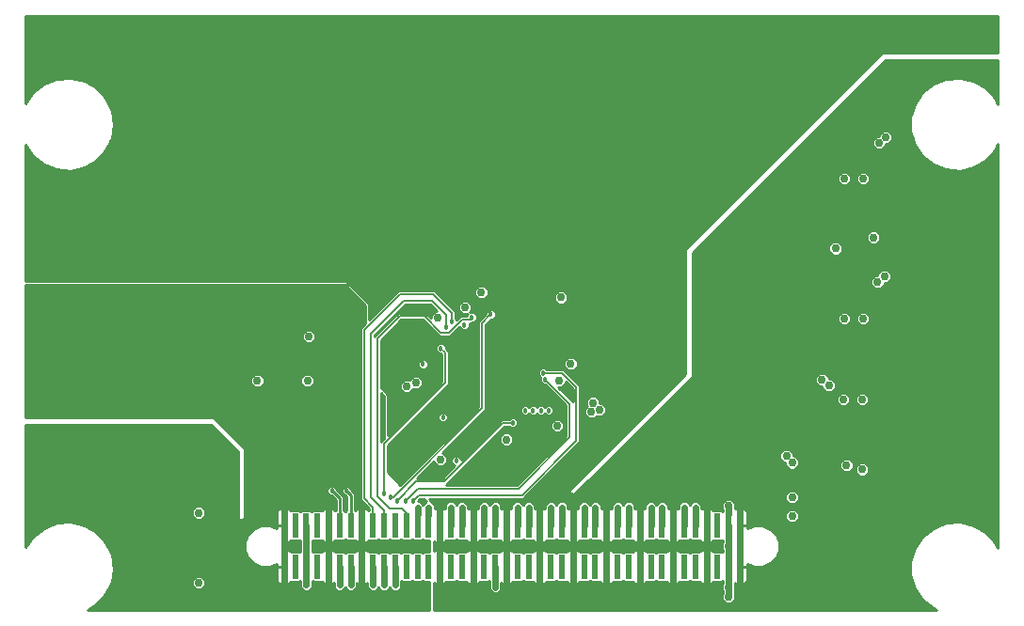
<source format=gbl>
G75*
G70*
%OFA0B0*%
%FSLAX24Y24*%
%IPPOS*%
%LPD*%
%AMOC8*
5,1,8,0,0,1.08239X$1,22.5*
%
%ADD10R,0.0236X0.0906*%
%ADD11C,0.0100*%
%ADD12C,0.0180*%
%ADD13C,0.0295*%
%ADD14C,0.0240*%
%ADD15C,0.0240*%
%ADD16C,0.0080*%
D10*
X009796Y002178D03*
X010189Y002178D03*
X010583Y002178D03*
X010977Y002178D03*
X011370Y002178D03*
X011764Y002178D03*
X012158Y002178D03*
X012552Y002178D03*
X012945Y002178D03*
X013339Y002178D03*
X013733Y002178D03*
X014126Y002178D03*
X014520Y002178D03*
X014914Y002178D03*
X015307Y002178D03*
X015701Y002178D03*
X016095Y002178D03*
X016489Y002178D03*
X016882Y002178D03*
X017276Y002178D03*
X017670Y002178D03*
X018063Y002178D03*
X018457Y002178D03*
X018851Y002178D03*
X019244Y002178D03*
X019638Y002178D03*
X020032Y002178D03*
X020426Y002178D03*
X020819Y002178D03*
X021213Y002178D03*
X021607Y002178D03*
X022000Y002178D03*
X022394Y002178D03*
X022788Y002178D03*
X023181Y002178D03*
X023575Y002178D03*
X023969Y002178D03*
X024363Y002178D03*
X024756Y002178D03*
X025150Y002178D03*
X025544Y002178D03*
X025937Y002178D03*
X025937Y003634D03*
X025544Y003634D03*
X025150Y003634D03*
X024756Y003634D03*
X024363Y003634D03*
X023969Y003634D03*
X023575Y003634D03*
X023181Y003634D03*
X022788Y003634D03*
X022394Y003634D03*
X022000Y003634D03*
X021607Y003634D03*
X021213Y003634D03*
X020819Y003634D03*
X020426Y003634D03*
X020032Y003634D03*
X019638Y003634D03*
X019244Y003634D03*
X018851Y003634D03*
X018457Y003634D03*
X018063Y003634D03*
X017670Y003634D03*
X017276Y003634D03*
X016882Y003634D03*
X016489Y003634D03*
X016095Y003634D03*
X015701Y003634D03*
X015307Y003634D03*
X014914Y003634D03*
X014520Y003634D03*
X014126Y003634D03*
X013733Y003634D03*
X013339Y003634D03*
X012945Y003634D03*
X012552Y003634D03*
X012158Y003634D03*
X011764Y003634D03*
X011370Y003634D03*
X010977Y003634D03*
X010583Y003634D03*
X010189Y003634D03*
X009796Y003634D03*
D11*
X003147Y000828D02*
X002838Y000650D01*
X014953Y000650D01*
X014953Y001635D01*
X014758Y001635D01*
X014717Y001676D01*
X014675Y001635D01*
X014365Y001635D01*
X014323Y001676D01*
X014282Y001635D01*
X013971Y001635D01*
X013943Y001663D01*
X013943Y001441D01*
X013820Y001318D01*
X013646Y001318D01*
X013536Y001428D01*
X013426Y001318D01*
X013252Y001318D01*
X013142Y001428D01*
X013032Y001318D01*
X012858Y001318D01*
X012735Y001441D01*
X012735Y001589D01*
X012728Y001585D01*
X012689Y001575D01*
X012561Y001575D01*
X012561Y002168D01*
X012543Y002168D01*
X012543Y001575D01*
X012414Y001575D01*
X012376Y001585D01*
X012368Y001589D01*
X012368Y001441D01*
X012245Y001318D01*
X012071Y001318D01*
X011961Y001428D01*
X011851Y001318D01*
X011677Y001318D01*
X011554Y001441D01*
X011554Y001589D01*
X011546Y001585D01*
X011508Y001575D01*
X011380Y001575D01*
X011380Y002168D01*
X011361Y002168D01*
X011361Y001575D01*
X011233Y001575D01*
X011194Y001585D01*
X011160Y001605D01*
X011132Y001633D01*
X011131Y001635D01*
X010821Y001635D01*
X010793Y001663D01*
X010793Y001441D01*
X010670Y001318D01*
X010496Y001318D01*
X010373Y001441D01*
X010373Y001663D01*
X010345Y001635D01*
X010035Y001635D01*
X010034Y001633D01*
X010006Y001605D01*
X009972Y001585D01*
X009934Y001575D01*
X009805Y001575D01*
X009805Y002168D01*
X009787Y002168D01*
X009787Y001575D01*
X009658Y001575D01*
X009620Y001585D01*
X009585Y001605D01*
X009558Y001633D01*
X009538Y001667D01*
X009528Y001705D01*
X009528Y002169D01*
X009787Y002169D01*
X009787Y002187D01*
X009528Y002187D01*
X009528Y002287D01*
X009271Y002180D01*
X008982Y002180D01*
X008715Y002291D01*
X008511Y002495D01*
X008401Y002762D01*
X008401Y003050D01*
X008511Y003317D01*
X008715Y003521D01*
X008982Y003631D01*
X009271Y003631D01*
X009528Y003525D01*
X009528Y003625D01*
X009787Y003625D01*
X009787Y003643D01*
X009528Y003643D01*
X009528Y004107D01*
X009538Y004145D01*
X009558Y004179D01*
X009585Y004207D01*
X009620Y004227D01*
X009658Y004237D01*
X009787Y004237D01*
X009787Y003643D01*
X009805Y003643D01*
X009805Y004237D01*
X009934Y004237D01*
X009972Y004227D01*
X010006Y004207D01*
X010034Y004179D01*
X010035Y004177D01*
X010345Y004177D01*
X010386Y004136D01*
X010428Y004177D01*
X010738Y004177D01*
X010780Y004136D01*
X010821Y004177D01*
X011131Y004177D01*
X011132Y004179D01*
X011160Y004207D01*
X011194Y004227D01*
X011233Y004237D01*
X011361Y004237D01*
X011361Y003643D01*
X011380Y003643D01*
X011380Y004237D01*
X011508Y004237D01*
X011546Y004227D01*
X011581Y004207D01*
X011609Y004179D01*
X011610Y004177D01*
X011624Y004177D01*
X011624Y004541D01*
X011471Y004694D01*
X011414Y004694D01*
X011309Y004800D01*
X011309Y004949D01*
X011414Y005054D01*
X011563Y005054D01*
X011669Y004949D01*
X011669Y004892D01*
X011904Y004657D01*
X011904Y004177D01*
X011920Y004177D01*
X011961Y004136D01*
X012002Y004177D01*
X012018Y004177D01*
X012018Y004659D01*
X011982Y004694D01*
X011926Y004694D01*
X011820Y004800D01*
X011820Y004949D01*
X011926Y005054D01*
X012075Y005054D01*
X012180Y004949D01*
X012180Y004892D01*
X012298Y004775D01*
X012298Y004177D01*
X012312Y004177D01*
X012313Y004179D01*
X012341Y004207D01*
X012376Y004227D01*
X012414Y004237D01*
X012543Y004237D01*
X012543Y003643D01*
X012561Y003643D01*
X012561Y004237D01*
X012689Y004237D01*
X012728Y004227D01*
X012762Y004207D01*
X012790Y004179D01*
X012791Y004177D01*
X012815Y004177D01*
X012815Y004230D01*
X012576Y004469D01*
X012500Y004545D01*
X012500Y010637D01*
X012670Y010806D01*
X012670Y011449D01*
X011961Y012158D01*
X000650Y012158D01*
X000650Y007455D01*
X007317Y007455D01*
X008341Y006431D01*
X008341Y006431D01*
X008400Y006373D01*
X008400Y003888D01*
X008341Y003830D01*
X008302Y003830D01*
X008219Y003830D01*
X008160Y003888D01*
X008160Y006250D01*
X007195Y007215D01*
X000650Y007215D01*
X000650Y002861D01*
X000909Y003241D01*
X000909Y003241D01*
X000909Y003241D01*
X001294Y003547D01*
X001294Y003547D01*
X001751Y003727D01*
X001751Y003727D01*
X002242Y003764D01*
X002242Y003764D01*
X002721Y003654D01*
X002721Y003654D01*
X003147Y003409D01*
X003147Y003409D01*
X003482Y003048D01*
X003482Y003048D01*
X003695Y002605D01*
X003695Y002605D01*
X003769Y002119D01*
X003695Y001632D01*
X003695Y001632D01*
X003482Y001189D01*
X003482Y001189D01*
X003147Y000828D01*
X003147Y000828D01*
X003147Y000828D01*
X003157Y000840D02*
X014953Y000840D01*
X014953Y000938D02*
X003249Y000938D01*
X003340Y001037D02*
X014953Y001037D01*
X014953Y001135D02*
X003432Y001135D01*
X003503Y001234D02*
X014953Y001234D01*
X014953Y001332D02*
X013834Y001332D01*
X013932Y001431D02*
X014953Y001431D01*
X014953Y001529D02*
X013943Y001529D01*
X013943Y001628D02*
X014953Y001628D01*
X015093Y001609D02*
X015097Y001605D01*
X015131Y001585D01*
X015170Y001575D01*
X015298Y001575D01*
X015298Y002168D01*
X015317Y002168D01*
X015317Y001575D01*
X015445Y001575D01*
X015483Y001585D01*
X015518Y001605D01*
X015546Y001633D01*
X015547Y001635D01*
X015857Y001635D01*
X015898Y001676D01*
X015939Y001635D01*
X016249Y001635D01*
X016250Y001633D01*
X016278Y001605D01*
X016313Y001585D01*
X016351Y001575D01*
X016480Y001575D01*
X016480Y002168D01*
X016498Y002168D01*
X016498Y001575D01*
X016626Y001575D01*
X016665Y001585D01*
X016699Y001605D01*
X016727Y001633D01*
X016728Y001635D01*
X017038Y001635D01*
X017066Y001663D01*
X017066Y001362D01*
X017189Y001239D01*
X017363Y001239D01*
X017486Y001362D01*
X017486Y001589D01*
X017494Y001585D01*
X017532Y001575D01*
X017661Y001575D01*
X017661Y002168D01*
X017679Y002168D01*
X017679Y001575D01*
X017808Y001575D01*
X017846Y001585D01*
X017880Y001605D01*
X017908Y001633D01*
X017909Y001635D01*
X018219Y001635D01*
X018260Y001676D01*
X018302Y001635D01*
X018611Y001635D01*
X018613Y001633D01*
X018641Y001605D01*
X018675Y001585D01*
X018713Y001575D01*
X018842Y001575D01*
X018842Y002168D01*
X018860Y002168D01*
X018860Y001575D01*
X018989Y001575D01*
X019027Y001585D01*
X019061Y001605D01*
X019089Y001633D01*
X019090Y001635D01*
X019400Y001635D01*
X019441Y001676D01*
X019483Y001635D01*
X019793Y001635D01*
X019794Y001633D01*
X019822Y001605D01*
X019856Y001585D01*
X019894Y001575D01*
X020023Y001575D01*
X020023Y002168D01*
X020041Y002168D01*
X020041Y001575D01*
X020170Y001575D01*
X020208Y001585D01*
X020242Y001605D01*
X020270Y001633D01*
X020271Y001635D01*
X020581Y001635D01*
X020622Y001676D01*
X020664Y001635D01*
X020974Y001635D01*
X020975Y001633D01*
X021003Y001605D01*
X021037Y001585D01*
X021075Y001575D01*
X021204Y001575D01*
X021204Y002168D01*
X021222Y002168D01*
X021222Y001575D01*
X021351Y001575D01*
X021389Y001585D01*
X021423Y001605D01*
X021451Y001633D01*
X021452Y001635D01*
X021762Y001635D01*
X021804Y001676D01*
X021845Y001635D01*
X022155Y001635D01*
X022156Y001633D01*
X022184Y001605D01*
X022218Y001585D01*
X022256Y001575D01*
X022385Y001575D01*
X022385Y002168D01*
X022403Y002168D01*
X022403Y001575D01*
X022532Y001575D01*
X022570Y001585D01*
X022604Y001605D01*
X022632Y001633D01*
X022633Y001635D01*
X022943Y001635D01*
X022985Y001676D01*
X023026Y001635D01*
X023336Y001635D01*
X023337Y001633D01*
X023365Y001605D01*
X023399Y001585D01*
X023437Y001575D01*
X023566Y001575D01*
X023566Y002168D01*
X023584Y002168D01*
X023584Y001575D01*
X023713Y001575D01*
X023751Y001585D01*
X023785Y001605D01*
X023813Y001633D01*
X023815Y001635D01*
X024124Y001635D01*
X024166Y001676D01*
X024207Y001635D01*
X024517Y001635D01*
X024518Y001633D01*
X024546Y001605D01*
X024580Y001585D01*
X024618Y001575D01*
X024747Y001575D01*
X024747Y002168D01*
X024765Y002168D01*
X024765Y001575D01*
X024894Y001575D01*
X024932Y001585D01*
X024967Y001605D01*
X024994Y001633D01*
X024996Y001635D01*
X025305Y001635D01*
X025334Y001663D01*
X025334Y001575D01*
X025306Y001548D01*
X025306Y001351D01*
X025334Y001323D01*
X025334Y001221D01*
X025306Y001193D01*
X025306Y000996D01*
X025445Y000857D01*
X025642Y000857D01*
X025781Y000996D01*
X025781Y001193D01*
X025754Y001221D01*
X025754Y001323D01*
X025781Y001351D01*
X025781Y001548D01*
X025754Y001575D01*
X025754Y001589D01*
X025761Y001585D01*
X025800Y001575D01*
X025928Y001575D01*
X025928Y002168D01*
X025946Y002168D01*
X025946Y001575D01*
X026075Y001575D01*
X026113Y001585D01*
X026148Y001605D01*
X026176Y001633D01*
X026195Y001667D01*
X026206Y001705D01*
X026206Y002169D01*
X025946Y002169D01*
X025946Y002187D01*
X026206Y002187D01*
X026206Y002287D01*
X026462Y002180D01*
X026751Y002180D01*
X027018Y002291D01*
X027222Y002495D01*
X027332Y002762D01*
X027332Y003050D01*
X027222Y003317D01*
X027018Y003521D01*
X026751Y003631D01*
X026462Y003631D01*
X026206Y003525D01*
X026206Y003625D01*
X025946Y003625D01*
X025946Y003643D01*
X025928Y003643D01*
X025928Y004237D01*
X025800Y004237D01*
X025781Y004232D01*
X025781Y004422D01*
X025642Y004561D01*
X025445Y004561D01*
X025306Y004422D01*
X025306Y004225D01*
X025334Y004197D01*
X025334Y004149D01*
X025305Y004177D01*
X024996Y004177D01*
X024994Y004179D01*
X024967Y004207D01*
X024932Y004227D01*
X024894Y004237D01*
X024765Y004237D01*
X024765Y003643D01*
X024747Y003643D01*
X024747Y004237D01*
X024618Y004237D01*
X024580Y004227D01*
X024573Y004222D01*
X024573Y004371D01*
X024450Y004494D01*
X024276Y004494D01*
X024166Y004384D01*
X024056Y004494D01*
X023882Y004494D01*
X023759Y004371D01*
X023759Y004222D01*
X023751Y004227D01*
X023713Y004237D01*
X023584Y004237D01*
X023584Y003643D01*
X023566Y003643D01*
X023566Y004237D01*
X023437Y004237D01*
X023399Y004227D01*
X023391Y004222D01*
X023391Y004371D01*
X023268Y004494D01*
X023095Y004494D01*
X022985Y004384D01*
X022875Y004494D01*
X022701Y004494D01*
X022578Y004371D01*
X022578Y004222D01*
X022570Y004227D01*
X022532Y004237D01*
X022403Y004237D01*
X022403Y003643D01*
X022385Y003643D01*
X022385Y004237D01*
X022256Y004237D01*
X022218Y004227D01*
X022210Y004222D01*
X022210Y004371D01*
X022087Y004494D01*
X021913Y004494D01*
X021804Y004384D01*
X021694Y004494D01*
X021520Y004494D01*
X021397Y004371D01*
X021397Y004222D01*
X021389Y004227D01*
X021351Y004237D01*
X021222Y004237D01*
X021222Y003643D01*
X021204Y003643D01*
X021204Y004237D01*
X021075Y004237D01*
X021037Y004227D01*
X021029Y004222D01*
X021029Y004371D01*
X020906Y004494D01*
X020732Y004494D01*
X020622Y004384D01*
X020513Y004494D01*
X020339Y004494D01*
X020216Y004371D01*
X020216Y004222D01*
X020208Y004227D01*
X020170Y004237D01*
X020041Y004237D01*
X020041Y003643D01*
X020023Y003643D01*
X020023Y004237D01*
X019894Y004237D01*
X019856Y004227D01*
X019848Y004222D01*
X019848Y004371D01*
X019725Y004494D01*
X019551Y004494D01*
X019441Y004384D01*
X019331Y004494D01*
X019158Y004494D01*
X019034Y004371D01*
X019034Y004222D01*
X019027Y004227D01*
X018989Y004237D01*
X018860Y004237D01*
X018860Y003643D01*
X018842Y003643D01*
X018842Y004237D01*
X018713Y004237D01*
X018675Y004227D01*
X018667Y004222D01*
X018667Y004371D01*
X018544Y004494D01*
X018370Y004494D01*
X018260Y004384D01*
X018150Y004494D01*
X017976Y004494D01*
X017853Y004371D01*
X017853Y004222D01*
X017846Y004227D01*
X017808Y004237D01*
X017679Y004237D01*
X017679Y003643D01*
X017661Y003643D01*
X017661Y004237D01*
X017532Y004237D01*
X017494Y004227D01*
X017486Y004222D01*
X017486Y004371D01*
X017363Y004494D01*
X017189Y004494D01*
X017079Y004384D01*
X016969Y004494D01*
X016795Y004494D01*
X016672Y004371D01*
X016672Y004222D01*
X016665Y004227D01*
X016626Y004237D01*
X016498Y004237D01*
X016498Y003643D01*
X016480Y003643D01*
X016480Y004237D01*
X016351Y004237D01*
X016313Y004227D01*
X016305Y004222D01*
X016305Y004371D01*
X016182Y004494D01*
X016008Y004494D01*
X015898Y004384D01*
X015788Y004494D01*
X015614Y004494D01*
X015491Y004371D01*
X015491Y004222D01*
X015483Y004227D01*
X015445Y004237D01*
X015317Y004237D01*
X015317Y003643D01*
X015298Y003643D01*
X015298Y004237D01*
X015170Y004237D01*
X015131Y004227D01*
X015124Y004222D01*
X015124Y004371D01*
X015093Y004401D01*
X015093Y004421D01*
X014927Y004587D01*
X018275Y004587D01*
X018351Y004663D01*
X020280Y006592D01*
X020280Y008590D01*
X020204Y008666D01*
X019692Y009178D01*
X019093Y009178D01*
X019043Y009228D01*
X018894Y009228D01*
X018789Y009122D01*
X018789Y008973D01*
X018872Y008890D01*
X018868Y008886D01*
X018868Y008737D01*
X018973Y008631D01*
X019044Y008631D01*
X019784Y007891D01*
X019784Y006818D01*
X018049Y005083D01*
X015543Y005083D01*
X015595Y005136D01*
X017605Y007146D01*
X017781Y007146D01*
X017831Y007096D01*
X017980Y007096D01*
X018086Y007201D01*
X018086Y007351D01*
X017980Y007456D01*
X017831Y007456D01*
X017781Y007406D01*
X017498Y007406D01*
X016078Y005986D01*
X016078Y006012D01*
X015973Y006117D01*
X015823Y006117D01*
X015718Y006012D01*
X015718Y005863D01*
X015569Y005863D01*
X015584Y005878D02*
X015445Y005739D01*
X015248Y005739D01*
X015109Y005878D01*
X015109Y005910D01*
X014519Y005319D01*
X015411Y005319D01*
X015849Y005757D01*
X015823Y005757D01*
X015718Y005863D01*
X015718Y005962D02*
X015584Y005962D01*
X015584Y005878D02*
X015584Y006075D01*
X015445Y006214D01*
X015414Y006214D01*
X016934Y007734D01*
X016934Y010765D01*
X017122Y010954D01*
X017193Y010954D01*
X017299Y011060D01*
X017299Y011209D01*
X017193Y011314D01*
X017044Y011314D01*
X016939Y011209D01*
X016939Y011138D01*
X016750Y010949D01*
X016674Y010873D01*
X016674Y007842D01*
X013917Y005085D01*
X013479Y005523D01*
X013479Y006484D01*
X015634Y008639D01*
X015634Y009810D01*
X015558Y009886D01*
X015527Y009918D01*
X015527Y009988D01*
X015421Y010094D01*
X015272Y010094D01*
X015167Y009988D01*
X015167Y009839D01*
X015272Y009734D01*
X015343Y009734D01*
X015374Y009702D01*
X015374Y008747D01*
X013479Y006852D01*
X013479Y008279D01*
X013233Y008525D01*
X013233Y010214D01*
X013944Y010926D01*
X014702Y010926D01*
X015293Y010335D01*
X015676Y010335D01*
X015752Y010411D01*
X016000Y010659D01*
X016099Y010561D01*
X016248Y010561D01*
X016354Y010666D01*
X016354Y010807D01*
X016424Y010807D01*
X016453Y010836D01*
X016524Y010836D01*
X016629Y010942D01*
X016629Y011091D01*
X016524Y011196D01*
X016375Y011196D01*
X016451Y011272D01*
X016451Y011469D01*
X016311Y011608D01*
X016115Y011608D01*
X015975Y011469D01*
X015975Y011272D01*
X016115Y011133D01*
X016311Y011133D01*
X016269Y011091D01*
X016269Y011067D01*
X016041Y011067D01*
X015914Y010940D01*
X015871Y010983D01*
X015871Y011227D01*
X015201Y011897D01*
X015125Y011973D01*
X013836Y011973D01*
X012810Y010946D01*
X012810Y011507D01*
X012101Y012216D01*
X012019Y012298D01*
X000650Y012298D01*
X000650Y017124D01*
X000909Y016744D01*
X001294Y016438D01*
X001751Y016258D01*
X001751Y016258D01*
X002242Y016221D01*
X002721Y016331D01*
X002721Y016331D01*
X003147Y016577D01*
X003482Y016937D01*
X003695Y017380D01*
X003769Y017867D01*
X003695Y018353D01*
X003482Y018796D01*
X003147Y019157D01*
X002721Y019402D01*
X002242Y019512D01*
X001751Y019475D01*
X001294Y019295D01*
X001294Y019295D01*
X000909Y018989D01*
X000909Y018989D01*
X000909Y018989D01*
X000650Y018609D01*
X000650Y021697D01*
X035083Y021697D01*
X035083Y020407D01*
X030975Y020407D01*
X030916Y020349D01*
X024046Y013478D01*
X023987Y013420D01*
X023987Y009010D01*
X019893Y004916D01*
X019893Y004833D01*
X019951Y004774D01*
X019961Y004764D01*
X019990Y004735D01*
X019990Y004735D01*
X019990Y004735D01*
X020032Y004735D01*
X020073Y004735D01*
X020073Y004735D01*
X020073Y004735D01*
X020102Y004764D01*
X024207Y008830D01*
X024207Y008830D01*
X024236Y008859D01*
X024266Y008888D01*
X024266Y008929D01*
X024266Y008970D01*
X024266Y008971D01*
X024266Y013298D01*
X031097Y020129D01*
X035083Y020129D01*
X035083Y018578D01*
X034978Y018796D01*
X034643Y019157D01*
X034217Y019402D01*
X033738Y019512D01*
X033738Y019512D01*
X033247Y019475D01*
X032790Y019295D01*
X032405Y018989D01*
X032405Y018989D01*
X032128Y018582D01*
X031983Y018112D01*
X031983Y017621D01*
X032128Y017151D01*
X032128Y017151D01*
X032405Y016744D01*
X032790Y016438D01*
X033247Y016258D01*
X033247Y016258D01*
X033738Y016221D01*
X034217Y016331D01*
X034217Y016331D01*
X034643Y016577D01*
X034978Y016937D01*
X035083Y017156D01*
X035083Y002830D01*
X034978Y003048D01*
X034643Y003409D01*
X034217Y003654D01*
X033738Y003764D01*
X033738Y003764D01*
X033247Y003727D01*
X032790Y003547D01*
X032405Y003241D01*
X032405Y003241D01*
X032128Y002834D01*
X031983Y002364D01*
X031983Y001873D01*
X032128Y001403D01*
X032128Y001403D01*
X032405Y000996D01*
X032790Y000690D01*
X032890Y000650D01*
X015093Y000650D01*
X015093Y001609D01*
X015093Y001529D02*
X017066Y001529D01*
X017066Y001431D02*
X015093Y001431D01*
X015093Y001332D02*
X017096Y001332D01*
X017456Y001332D02*
X025325Y001332D01*
X025334Y001234D02*
X015093Y001234D01*
X015093Y001135D02*
X025306Y001135D01*
X025306Y001037D02*
X015093Y001037D01*
X015093Y000938D02*
X025365Y000938D01*
X025723Y000938D02*
X032478Y000938D01*
X032405Y000996D02*
X032405Y000996D01*
X032405Y000996D01*
X032378Y001037D02*
X025781Y001037D01*
X025781Y001135D02*
X032310Y001135D01*
X032243Y001234D02*
X025754Y001234D01*
X025763Y001332D02*
X032176Y001332D01*
X032119Y001431D02*
X025781Y001431D01*
X025781Y001529D02*
X032089Y001529D01*
X032059Y001628D02*
X026170Y001628D01*
X026206Y001726D02*
X032028Y001726D01*
X031998Y001825D02*
X026206Y001825D01*
X026206Y001923D02*
X031983Y001923D01*
X031983Y002022D02*
X026206Y002022D01*
X026206Y002120D02*
X031983Y002120D01*
X031983Y002219D02*
X026843Y002219D01*
X027044Y002317D02*
X031983Y002317D01*
X031999Y002416D02*
X027142Y002416D01*
X027230Y002514D02*
X032029Y002514D01*
X032060Y002613D02*
X027271Y002613D01*
X027311Y002711D02*
X032090Y002711D01*
X032120Y002810D02*
X027332Y002810D01*
X027332Y002908D02*
X032178Y002908D01*
X032128Y002834D02*
X032128Y002834D01*
X032245Y003007D02*
X027332Y003007D01*
X027310Y003105D02*
X032312Y003105D01*
X032380Y003204D02*
X027269Y003204D01*
X027228Y003302D02*
X032482Y003302D01*
X032605Y003401D02*
X027138Y003401D01*
X027040Y003499D02*
X032729Y003499D01*
X032790Y003547D02*
X032790Y003547D01*
X032917Y003598D02*
X026833Y003598D01*
X026380Y003598D02*
X026206Y003598D01*
X026206Y003643D02*
X026206Y004107D01*
X026195Y004145D01*
X026176Y004179D01*
X026148Y004207D01*
X026113Y004227D01*
X026075Y004237D01*
X025946Y004237D01*
X025946Y003643D01*
X026206Y003643D01*
X026206Y003696D02*
X033168Y003696D01*
X033247Y003727D02*
X033247Y003727D01*
X034035Y003696D02*
X035083Y003696D01*
X035083Y003598D02*
X034316Y003598D01*
X034217Y003654D02*
X034217Y003654D01*
X034487Y003499D02*
X035083Y003499D01*
X035083Y003401D02*
X034651Y003401D01*
X034643Y003409D02*
X034643Y003409D01*
X034742Y003302D02*
X035083Y003302D01*
X035083Y003204D02*
X034834Y003204D01*
X034925Y003105D02*
X035083Y003105D01*
X035083Y003007D02*
X034998Y003007D01*
X034978Y003048D02*
X034978Y003048D01*
X035045Y002908D02*
X035083Y002908D01*
X035083Y003795D02*
X027949Y003795D01*
X027886Y003731D02*
X028025Y003870D01*
X028025Y004067D01*
X027886Y004207D01*
X027689Y004207D01*
X027550Y004067D01*
X027550Y003870D01*
X027689Y003731D01*
X027886Y003731D01*
X028025Y003893D02*
X035083Y003893D01*
X035083Y003992D02*
X028025Y003992D01*
X028003Y004090D02*
X035083Y004090D01*
X035083Y004189D02*
X027904Y004189D01*
X027886Y004401D02*
X027689Y004401D01*
X027550Y004540D01*
X027550Y004737D01*
X027689Y004876D01*
X027886Y004876D01*
X028025Y004737D01*
X028025Y004540D01*
X027886Y004401D01*
X027970Y004484D02*
X035083Y004484D01*
X035083Y004386D02*
X025781Y004386D01*
X025781Y004287D02*
X035083Y004287D01*
X035083Y004583D02*
X028025Y004583D01*
X028025Y004681D02*
X035083Y004681D01*
X035083Y004780D02*
X027983Y004780D01*
X027593Y004780D02*
X020118Y004780D01*
X020217Y004878D02*
X035083Y004878D01*
X035083Y004977D02*
X020317Y004977D01*
X020416Y005075D02*
X035083Y005075D01*
X035083Y005174D02*
X020516Y005174D01*
X020615Y005272D02*
X035083Y005272D01*
X035083Y005371D02*
X020715Y005371D01*
X020814Y005469D02*
X030085Y005469D01*
X030030Y005524D02*
X030170Y005385D01*
X030367Y005385D01*
X030506Y005524D01*
X030506Y005721D01*
X030367Y005860D01*
X030170Y005860D01*
X030030Y005721D01*
X030030Y005524D01*
X030030Y005568D02*
X029841Y005568D01*
X029815Y005542D02*
X029955Y005681D01*
X029955Y005878D01*
X029815Y006018D01*
X029618Y006018D01*
X029479Y005878D01*
X029479Y005681D01*
X029618Y005542D01*
X029815Y005542D01*
X029939Y005666D02*
X030030Y005666D01*
X030074Y005765D02*
X029955Y005765D01*
X029955Y005863D02*
X035083Y005863D01*
X035083Y005765D02*
X030462Y005765D01*
X030506Y005666D02*
X035083Y005666D01*
X035083Y005568D02*
X030506Y005568D01*
X030451Y005469D02*
X035083Y005469D01*
X035083Y005962D02*
X029871Y005962D01*
X029562Y005962D02*
X028021Y005962D01*
X028025Y005957D02*
X027886Y006096D01*
X027829Y006096D01*
X027829Y006193D01*
X027689Y006333D01*
X027493Y006333D01*
X027353Y006193D01*
X027353Y005996D01*
X027493Y005857D01*
X027550Y005857D01*
X027550Y005760D01*
X027689Y005621D01*
X027886Y005621D01*
X028025Y005760D01*
X028025Y005957D01*
X028025Y005863D02*
X029479Y005863D01*
X029479Y005765D02*
X028025Y005765D01*
X027931Y005666D02*
X029495Y005666D01*
X029593Y005568D02*
X020914Y005568D01*
X021013Y005666D02*
X027644Y005666D01*
X027550Y005765D02*
X021112Y005765D01*
X021212Y005863D02*
X027487Y005863D01*
X027388Y005962D02*
X021311Y005962D01*
X021411Y006060D02*
X027353Y006060D01*
X027353Y006159D02*
X021510Y006159D01*
X021610Y006257D02*
X027417Y006257D01*
X027765Y006257D02*
X035083Y006257D01*
X035083Y006159D02*
X027829Y006159D01*
X027923Y006060D02*
X035083Y006060D01*
X035083Y006356D02*
X021709Y006356D01*
X021809Y006454D02*
X035083Y006454D01*
X035083Y006553D02*
X021908Y006553D01*
X022007Y006651D02*
X035083Y006651D01*
X035083Y006750D02*
X022107Y006750D01*
X022206Y006848D02*
X035083Y006848D01*
X035083Y006947D02*
X022306Y006947D01*
X022405Y007045D02*
X035083Y007045D01*
X035083Y007144D02*
X022505Y007144D01*
X022604Y007242D02*
X035083Y007242D01*
X035083Y007341D02*
X022704Y007341D01*
X022803Y007439D02*
X035083Y007439D01*
X035083Y007538D02*
X022902Y007538D01*
X023002Y007636D02*
X035083Y007636D01*
X035083Y007735D02*
X023101Y007735D01*
X023201Y007833D02*
X035083Y007833D01*
X035083Y007932D02*
X030433Y007932D01*
X030367Y007865D02*
X030506Y008004D01*
X030506Y008201D01*
X030367Y008340D01*
X030170Y008340D01*
X030030Y008201D01*
X030030Y008004D01*
X030170Y007865D01*
X030367Y007865D01*
X030506Y008030D02*
X035083Y008030D01*
X035083Y008129D02*
X030506Y008129D01*
X030480Y008227D02*
X035083Y008227D01*
X035083Y008326D02*
X030381Y008326D01*
X030155Y008326D02*
X029712Y008326D01*
X029697Y008340D02*
X029500Y008340D01*
X029361Y008201D01*
X029361Y008004D01*
X029500Y007865D01*
X029697Y007865D01*
X029836Y008004D01*
X029836Y008201D01*
X029697Y008340D01*
X029811Y008227D02*
X030056Y008227D01*
X030030Y008129D02*
X029836Y008129D01*
X029836Y008030D02*
X030030Y008030D01*
X030103Y007932D02*
X029764Y007932D01*
X029434Y007932D02*
X023300Y007932D01*
X023400Y008030D02*
X029361Y008030D01*
X029361Y008129D02*
X023499Y008129D01*
X023599Y008227D02*
X029387Y008227D01*
X029486Y008326D02*
X023698Y008326D01*
X023797Y008424D02*
X028941Y008424D01*
X028989Y008377D02*
X029185Y008377D01*
X029325Y008516D01*
X029325Y008713D01*
X029185Y008852D01*
X029088Y008852D01*
X029088Y008910D01*
X028949Y009049D01*
X028752Y009049D01*
X028613Y008910D01*
X028613Y008713D01*
X028752Y008574D01*
X028849Y008574D01*
X028849Y008516D01*
X028989Y008377D01*
X028849Y008523D02*
X023897Y008523D01*
X023996Y008621D02*
X028705Y008621D01*
X028613Y008720D02*
X024096Y008720D01*
X024195Y008818D02*
X028613Y008818D01*
X028620Y008917D02*
X024266Y008917D01*
X024266Y008888D02*
X024266Y008888D01*
X024266Y008888D01*
X024266Y009015D02*
X028718Y009015D01*
X028983Y009015D02*
X035083Y009015D01*
X035083Y008917D02*
X029082Y008917D01*
X029220Y008818D02*
X035083Y008818D01*
X035083Y008720D02*
X029318Y008720D01*
X029325Y008621D02*
X035083Y008621D01*
X035083Y008523D02*
X029325Y008523D01*
X029233Y008424D02*
X035083Y008424D01*
X035083Y009114D02*
X024266Y009114D01*
X024266Y009212D02*
X035083Y009212D01*
X035083Y009311D02*
X024266Y009311D01*
X024266Y009409D02*
X035083Y009409D01*
X035083Y009508D02*
X024266Y009508D01*
X024266Y009606D02*
X035083Y009606D01*
X035083Y009705D02*
X024266Y009705D01*
X024266Y009803D02*
X035083Y009803D01*
X035083Y009902D02*
X024266Y009902D01*
X024266Y010000D02*
X035083Y010000D01*
X035083Y010099D02*
X024266Y010099D01*
X024266Y010197D02*
X035083Y010197D01*
X035083Y010296D02*
X024266Y010296D01*
X024266Y010394D02*
X035083Y010394D01*
X035083Y010493D02*
X024266Y010493D01*
X024266Y010591D02*
X035083Y010591D01*
X035083Y010690D02*
X024266Y010690D01*
X024266Y010788D02*
X029491Y010788D01*
X029540Y010739D02*
X029737Y010739D01*
X029876Y010878D01*
X029876Y011075D01*
X029737Y011214D01*
X029540Y011214D01*
X029401Y011075D01*
X029401Y010878D01*
X029540Y010739D01*
X029401Y010887D02*
X024266Y010887D01*
X024266Y010985D02*
X029401Y010985D01*
X029409Y011084D02*
X024266Y011084D01*
X024266Y011182D02*
X029507Y011182D01*
X029769Y011182D02*
X030177Y011182D01*
X030209Y011214D02*
X030070Y011075D01*
X030070Y010878D01*
X030209Y010739D01*
X030406Y010739D01*
X030545Y010878D01*
X030545Y011075D01*
X030406Y011214D01*
X030209Y011214D01*
X030078Y011084D02*
X029868Y011084D01*
X029876Y010985D02*
X030070Y010985D01*
X030070Y010887D02*
X029876Y010887D01*
X029786Y010788D02*
X030160Y010788D01*
X030455Y010788D02*
X035083Y010788D01*
X035083Y010887D02*
X030545Y010887D01*
X030545Y010985D02*
X035083Y010985D01*
X035083Y011084D02*
X030537Y011084D01*
X030438Y011182D02*
X035083Y011182D01*
X035083Y011281D02*
X024266Y011281D01*
X024266Y011379D02*
X035083Y011379D01*
X035083Y011478D02*
X024266Y011478D01*
X024266Y011576D02*
X035083Y011576D01*
X035083Y011675D02*
X024266Y011675D01*
X024266Y011773D02*
X035083Y011773D01*
X035083Y011872D02*
X024266Y011872D01*
X024266Y011970D02*
X035083Y011970D01*
X035083Y012069D02*
X030948Y012069D01*
X030918Y012038D02*
X031057Y012178D01*
X031057Y012235D01*
X031154Y012235D01*
X031293Y012374D01*
X031293Y012571D01*
X031154Y012710D01*
X030957Y012710D01*
X030818Y012571D01*
X030818Y012514D01*
X030721Y012514D01*
X030582Y012374D01*
X030582Y012178D01*
X030721Y012038D01*
X030918Y012038D01*
X031046Y012167D02*
X035083Y012167D01*
X035083Y012266D02*
X031184Y012266D01*
X031283Y012364D02*
X035083Y012364D01*
X035083Y012463D02*
X031293Y012463D01*
X031293Y012561D02*
X035083Y012561D01*
X035083Y012660D02*
X031205Y012660D01*
X030906Y012660D02*
X024266Y012660D01*
X024266Y012758D02*
X035083Y012758D01*
X035083Y012857D02*
X024266Y012857D01*
X024266Y012955D02*
X035083Y012955D01*
X035083Y013054D02*
X024266Y013054D01*
X024266Y013152D02*
X035083Y013152D01*
X035083Y013251D02*
X029453Y013251D01*
X029422Y013219D02*
X029561Y013359D01*
X029561Y013556D01*
X029422Y013695D01*
X029225Y013695D01*
X029086Y013556D01*
X029086Y013359D01*
X029225Y013219D01*
X029422Y013219D01*
X029551Y013349D02*
X035083Y013349D01*
X035083Y013448D02*
X029561Y013448D01*
X029561Y013546D02*
X035083Y013546D01*
X035083Y013645D02*
X030811Y013645D01*
X030780Y013613D02*
X030919Y013752D01*
X030919Y013949D01*
X030780Y014088D01*
X030583Y014088D01*
X030444Y013949D01*
X030444Y013752D01*
X030583Y013613D01*
X030780Y013613D01*
X030910Y013743D02*
X035083Y013743D01*
X035083Y013842D02*
X030919Y013842D01*
X030919Y013940D02*
X035083Y013940D01*
X035083Y014039D02*
X030830Y014039D01*
X030533Y014039D02*
X025007Y014039D01*
X025105Y014137D02*
X035083Y014137D01*
X035083Y014236D02*
X025204Y014236D01*
X025302Y014334D02*
X035083Y014334D01*
X035083Y014433D02*
X025401Y014433D01*
X025499Y014531D02*
X035083Y014531D01*
X035083Y014630D02*
X025598Y014630D01*
X025696Y014728D02*
X035083Y014728D01*
X035083Y014827D02*
X025795Y014827D01*
X025893Y014925D02*
X035083Y014925D01*
X035083Y015024D02*
X025992Y015024D01*
X026090Y015122D02*
X035083Y015122D01*
X035083Y015221D02*
X026189Y015221D01*
X026287Y015319D02*
X035083Y015319D01*
X035083Y015418D02*
X026386Y015418D01*
X026484Y015516D02*
X035083Y015516D01*
X035083Y015615D02*
X026583Y015615D01*
X026681Y015713D02*
X029526Y015713D01*
X029540Y015700D02*
X029737Y015700D01*
X029876Y015839D01*
X029876Y016036D01*
X029737Y016175D01*
X029540Y016175D01*
X029401Y016036D01*
X029401Y015839D01*
X029540Y015700D01*
X029428Y015812D02*
X026780Y015812D01*
X026878Y015910D02*
X029401Y015910D01*
X029401Y016009D02*
X026977Y016009D01*
X027075Y016107D02*
X029472Y016107D01*
X029805Y016107D02*
X030141Y016107D01*
X030209Y016175D02*
X030070Y016036D01*
X030070Y015839D01*
X030209Y015700D01*
X030406Y015700D01*
X030545Y015839D01*
X030545Y016036D01*
X030406Y016175D01*
X030209Y016175D01*
X030070Y016009D02*
X029876Y016009D01*
X029876Y015910D02*
X030070Y015910D01*
X030097Y015812D02*
X029848Y015812D01*
X029750Y015713D02*
X030196Y015713D01*
X030419Y015713D02*
X035083Y015713D01*
X035083Y015812D02*
X030518Y015812D01*
X030545Y015910D02*
X035083Y015910D01*
X035083Y016009D02*
X030545Y016009D01*
X030474Y016107D02*
X035083Y016107D01*
X035083Y016206D02*
X027174Y016206D01*
X027272Y016304D02*
X033130Y016304D01*
X032879Y016403D02*
X027371Y016403D01*
X027469Y016501D02*
X032710Y016501D01*
X032790Y016438D02*
X032790Y016438D01*
X032586Y016600D02*
X027568Y016600D01*
X027666Y016698D02*
X032463Y016698D01*
X032405Y016744D02*
X032405Y016744D01*
X032405Y016744D01*
X032369Y016797D02*
X027765Y016797D01*
X027863Y016895D02*
X032302Y016895D01*
X032235Y016994D02*
X030991Y016994D01*
X030957Y016960D02*
X031096Y017099D01*
X031096Y017156D01*
X031193Y017156D01*
X031333Y017296D01*
X031333Y017493D01*
X031193Y017632D01*
X030996Y017632D01*
X030857Y017493D01*
X030857Y017435D01*
X030760Y017435D01*
X030621Y017296D01*
X030621Y017099D01*
X030760Y016960D01*
X030957Y016960D01*
X031090Y017092D02*
X032168Y017092D01*
X032116Y017191D02*
X031227Y017191D01*
X031326Y017289D02*
X032085Y017289D01*
X032055Y017388D02*
X031333Y017388D01*
X031333Y017486D02*
X032025Y017486D01*
X031994Y017585D02*
X031241Y017585D01*
X030949Y017585D02*
X028553Y017585D01*
X028651Y017683D02*
X031983Y017683D01*
X031983Y017782D02*
X028750Y017782D01*
X028848Y017880D02*
X031983Y017880D01*
X031983Y017979D02*
X028947Y017979D01*
X029045Y018077D02*
X031983Y018077D01*
X031983Y018112D02*
X031983Y018112D01*
X032002Y018176D02*
X029144Y018176D01*
X029242Y018274D02*
X032033Y018274D01*
X032063Y018373D02*
X029341Y018373D01*
X029439Y018471D02*
X032094Y018471D01*
X032124Y018570D02*
X029538Y018570D01*
X029636Y018668D02*
X032186Y018668D01*
X032253Y018767D02*
X029735Y018767D01*
X029833Y018865D02*
X032321Y018865D01*
X032388Y018964D02*
X029932Y018964D01*
X030030Y019062D02*
X032497Y019062D01*
X032620Y019161D02*
X030129Y019161D01*
X030227Y019259D02*
X032744Y019259D01*
X032948Y019358D02*
X030326Y019358D01*
X030424Y019456D02*
X033199Y019456D01*
X033247Y019475D02*
X033247Y019475D01*
X033983Y019456D02*
X035083Y019456D01*
X035083Y019358D02*
X034295Y019358D01*
X034217Y019402D02*
X034217Y019402D01*
X034466Y019259D02*
X035083Y019259D01*
X035083Y019161D02*
X034636Y019161D01*
X034643Y019157D02*
X034643Y019157D01*
X034731Y019062D02*
X035083Y019062D01*
X035083Y018964D02*
X034822Y018964D01*
X034914Y018865D02*
X035083Y018865D01*
X035083Y018767D02*
X034992Y018767D01*
X034978Y018796D02*
X034978Y018796D01*
X035039Y018668D02*
X035083Y018668D01*
X035083Y019555D02*
X030523Y019555D01*
X030621Y019653D02*
X035083Y019653D01*
X035083Y019752D02*
X030720Y019752D01*
X030818Y019850D02*
X035083Y019850D01*
X035083Y019949D02*
X030917Y019949D01*
X031015Y020047D02*
X035083Y020047D01*
X035083Y020441D02*
X000650Y020441D01*
X000650Y020343D02*
X030910Y020343D01*
X030916Y020349D02*
X030916Y020349D01*
X030811Y020244D02*
X000650Y020244D01*
X000650Y020146D02*
X030713Y020146D01*
X030614Y020047D02*
X000650Y020047D01*
X000650Y019949D02*
X030516Y019949D01*
X030417Y019850D02*
X000650Y019850D01*
X000650Y019752D02*
X030319Y019752D01*
X030220Y019653D02*
X000650Y019653D01*
X000650Y019555D02*
X030122Y019555D01*
X030023Y019456D02*
X002487Y019456D01*
X002721Y019402D02*
X002721Y019402D01*
X002799Y019358D02*
X029925Y019358D01*
X029826Y019259D02*
X002970Y019259D01*
X003140Y019161D02*
X029728Y019161D01*
X029629Y019062D02*
X003235Y019062D01*
X003147Y019157D02*
X003147Y019157D01*
X003326Y018964D02*
X029531Y018964D01*
X029432Y018865D02*
X003418Y018865D01*
X003482Y018796D02*
X003482Y018796D01*
X003496Y018767D02*
X029334Y018767D01*
X029235Y018668D02*
X003543Y018668D01*
X003591Y018570D02*
X029137Y018570D01*
X029038Y018471D02*
X003638Y018471D01*
X003686Y018373D02*
X028940Y018373D01*
X028841Y018274D02*
X003707Y018274D01*
X003695Y018353D02*
X003695Y018353D01*
X003722Y018176D02*
X028743Y018176D01*
X028644Y018077D02*
X003737Y018077D01*
X003752Y017979D02*
X028546Y017979D01*
X028447Y017880D02*
X003766Y017880D01*
X003756Y017782D02*
X028349Y017782D01*
X028250Y017683D02*
X003741Y017683D01*
X003726Y017585D02*
X028152Y017585D01*
X028053Y017486D02*
X003711Y017486D01*
X003696Y017388D02*
X027955Y017388D01*
X027856Y017289D02*
X003651Y017289D01*
X003695Y017380D02*
X003695Y017380D01*
X003604Y017191D02*
X027758Y017191D01*
X027659Y017092D02*
X003556Y017092D01*
X003509Y016994D02*
X027561Y016994D01*
X027462Y016895D02*
X003443Y016895D01*
X003482Y016937D02*
X003482Y016937D01*
X003351Y016797D02*
X027364Y016797D01*
X027265Y016698D02*
X003260Y016698D01*
X003169Y016600D02*
X027167Y016600D01*
X027068Y016501D02*
X003017Y016501D01*
X003147Y016577D02*
X003147Y016577D01*
X003147Y016577D01*
X002846Y016403D02*
X026970Y016403D01*
X026871Y016304D02*
X002605Y016304D01*
X002242Y016221D02*
X002242Y016221D01*
X001634Y016304D02*
X000650Y016304D01*
X000650Y016206D02*
X026773Y016206D01*
X026674Y016107D02*
X000650Y016107D01*
X000650Y016009D02*
X026576Y016009D01*
X026477Y015910D02*
X000650Y015910D01*
X000650Y015812D02*
X026379Y015812D01*
X026280Y015713D02*
X000650Y015713D01*
X000650Y015615D02*
X026182Y015615D01*
X026083Y015516D02*
X000650Y015516D01*
X000650Y015418D02*
X025985Y015418D01*
X025886Y015319D02*
X000650Y015319D01*
X000650Y015221D02*
X025788Y015221D01*
X025689Y015122D02*
X000650Y015122D01*
X000650Y015024D02*
X025591Y015024D01*
X025492Y014925D02*
X000650Y014925D01*
X000650Y014827D02*
X025394Y014827D01*
X025295Y014728D02*
X000650Y014728D01*
X000650Y014630D02*
X025197Y014630D01*
X025098Y014531D02*
X000650Y014531D01*
X000650Y014433D02*
X025000Y014433D01*
X024901Y014334D02*
X000650Y014334D01*
X000650Y014236D02*
X024803Y014236D01*
X024704Y014137D02*
X000650Y014137D01*
X000650Y014039D02*
X024606Y014039D01*
X024507Y013940D02*
X000650Y013940D01*
X000650Y013842D02*
X024409Y013842D01*
X024310Y013743D02*
X000650Y013743D01*
X000650Y013645D02*
X024212Y013645D01*
X024113Y013546D02*
X000650Y013546D01*
X000650Y013448D02*
X024015Y013448D01*
X024046Y013478D02*
X024046Y013478D01*
X023987Y013349D02*
X000650Y013349D01*
X000650Y013251D02*
X023987Y013251D01*
X023987Y013152D02*
X000650Y013152D01*
X000650Y013054D02*
X023987Y013054D01*
X023987Y012955D02*
X000650Y012955D01*
X000650Y012857D02*
X023987Y012857D01*
X023987Y012758D02*
X000650Y012758D01*
X000650Y012660D02*
X023987Y012660D01*
X023987Y012561D02*
X000650Y012561D01*
X000650Y012463D02*
X023987Y012463D01*
X023987Y012364D02*
X000650Y012364D01*
X000650Y012069D02*
X012050Y012069D01*
X012149Y011970D02*
X000650Y011970D01*
X000650Y011872D02*
X012247Y011872D01*
X012346Y011773D02*
X000650Y011773D01*
X000650Y011675D02*
X012444Y011675D01*
X012543Y011576D02*
X000650Y011576D01*
X000650Y011478D02*
X012641Y011478D01*
X012670Y011379D02*
X000650Y011379D01*
X000650Y011281D02*
X012670Y011281D01*
X012670Y011182D02*
X000650Y011182D01*
X000650Y011084D02*
X012670Y011084D01*
X012670Y010985D02*
X000650Y010985D01*
X000650Y010887D02*
X012670Y010887D01*
X012651Y010788D02*
X000650Y010788D01*
X000650Y010690D02*
X012553Y010690D01*
X012500Y010591D02*
X000650Y010591D01*
X000650Y010493D02*
X010471Y010493D01*
X010424Y010445D02*
X010424Y010248D01*
X010563Y010109D01*
X010760Y010109D01*
X010899Y010248D01*
X010899Y010445D01*
X010760Y010584D01*
X010563Y010584D01*
X010424Y010445D01*
X010424Y010394D02*
X000650Y010394D01*
X000650Y010296D02*
X010424Y010296D01*
X010476Y010197D02*
X000650Y010197D01*
X000650Y010099D02*
X012500Y010099D01*
X012500Y010197D02*
X010848Y010197D01*
X010899Y010296D02*
X012500Y010296D01*
X012500Y010394D02*
X010899Y010394D01*
X010852Y010493D02*
X012500Y010493D01*
X012997Y010372D02*
X012997Y010346D01*
X013049Y010398D01*
X013836Y011186D01*
X014810Y011186D01*
X014886Y011109D01*
X014991Y011005D01*
X014991Y011115D01*
X015130Y011254D01*
X015201Y011254D01*
X014978Y011477D01*
X014101Y011477D01*
X012997Y010372D01*
X013019Y010394D02*
X013045Y010394D01*
X013117Y010493D02*
X013143Y010493D01*
X013216Y010591D02*
X013242Y010591D01*
X013314Y010690D02*
X013340Y010690D01*
X013413Y010788D02*
X013439Y010788D01*
X013511Y010887D02*
X013537Y010887D01*
X013610Y010985D02*
X013636Y010985D01*
X013708Y011084D02*
X013734Y011084D01*
X013807Y011182D02*
X013833Y011182D01*
X013905Y011281D02*
X015174Y011281D01*
X015076Y011379D02*
X014004Y011379D01*
X013439Y011576D02*
X012741Y011576D01*
X012810Y011478D02*
X013341Y011478D01*
X013242Y011379D02*
X012810Y011379D01*
X012810Y011281D02*
X013144Y011281D01*
X013045Y011182D02*
X012810Y011182D01*
X012810Y011084D02*
X012947Y011084D01*
X012848Y010985D02*
X012810Y010985D01*
X013610Y010591D02*
X015037Y010591D01*
X015135Y010493D02*
X013511Y010493D01*
X013413Y010394D02*
X015234Y010394D01*
X014938Y010690D02*
X013708Y010690D01*
X013807Y010788D02*
X014840Y010788D01*
X014741Y010887D02*
X013905Y010887D01*
X013314Y010296D02*
X016674Y010296D01*
X016674Y010394D02*
X015735Y010394D01*
X015834Y010493D02*
X016674Y010493D01*
X016674Y010591D02*
X016279Y010591D01*
X016354Y010690D02*
X016674Y010690D01*
X016674Y010788D02*
X016354Y010788D01*
X016574Y010887D02*
X016687Y010887D01*
X016629Y010985D02*
X016785Y010985D01*
X016884Y011084D02*
X016629Y011084D01*
X016538Y011182D02*
X016939Y011182D01*
X017010Y011281D02*
X016451Y011281D01*
X016451Y011379D02*
X023987Y011379D01*
X023987Y011281D02*
X017227Y011281D01*
X017299Y011182D02*
X023987Y011182D01*
X023987Y011084D02*
X017299Y011084D01*
X017224Y010985D02*
X023987Y010985D01*
X023987Y010887D02*
X017055Y010887D01*
X016956Y010788D02*
X023987Y010788D01*
X023987Y010690D02*
X016934Y010690D01*
X016934Y010591D02*
X023987Y010591D01*
X023987Y010493D02*
X016934Y010493D01*
X016934Y010394D02*
X023987Y010394D01*
X023987Y010296D02*
X016934Y010296D01*
X016934Y010197D02*
X023987Y010197D01*
X023987Y010099D02*
X016934Y010099D01*
X016934Y010000D02*
X023987Y010000D01*
X023987Y009902D02*
X016934Y009902D01*
X016934Y009803D02*
X023987Y009803D01*
X023987Y009705D02*
X016934Y009705D01*
X016934Y009606D02*
X023987Y009606D01*
X023987Y009508D02*
X020144Y009508D01*
X020191Y009461D02*
X020052Y009600D01*
X019855Y009600D01*
X019716Y009461D01*
X019716Y009264D01*
X019855Y009125D01*
X020052Y009125D01*
X020191Y009264D01*
X020191Y009461D01*
X020191Y009409D02*
X023987Y009409D01*
X023987Y009311D02*
X020191Y009311D01*
X020139Y009212D02*
X023987Y009212D01*
X023987Y009114D02*
X019756Y009114D01*
X019768Y009212D02*
X019059Y009212D01*
X018879Y009212D02*
X016934Y009212D01*
X016934Y009114D02*
X018789Y009114D01*
X018789Y009015D02*
X016934Y009015D01*
X016934Y008917D02*
X018845Y008917D01*
X018868Y008818D02*
X016934Y008818D01*
X016934Y008720D02*
X018885Y008720D01*
X019054Y008621D02*
X016934Y008621D01*
X016934Y008523D02*
X019153Y008523D01*
X019251Y008424D02*
X016934Y008424D01*
X016934Y008326D02*
X019350Y008326D01*
X019448Y008227D02*
X016934Y008227D01*
X016934Y008129D02*
X019547Y008129D01*
X019645Y008030D02*
X016934Y008030D01*
X016934Y007932D02*
X019744Y007932D01*
X019784Y007833D02*
X019296Y007833D01*
X019346Y007784D02*
X019240Y007889D01*
X019091Y007889D01*
X019028Y007826D01*
X018965Y007889D01*
X018816Y007889D01*
X018752Y007826D01*
X018689Y007889D01*
X018540Y007889D01*
X018477Y007826D01*
X018414Y007889D01*
X018264Y007889D01*
X018159Y007784D01*
X018159Y007634D01*
X018264Y007529D01*
X018414Y007529D01*
X018477Y007592D01*
X018540Y007529D01*
X018689Y007529D01*
X018752Y007592D01*
X018816Y007529D01*
X018965Y007529D01*
X019028Y007592D01*
X019091Y007529D01*
X019240Y007529D01*
X019346Y007634D01*
X019346Y007784D01*
X019346Y007735D02*
X019784Y007735D01*
X019784Y007636D02*
X019346Y007636D01*
X019249Y007538D02*
X019784Y007538D01*
X019784Y007439D02*
X017997Y007439D01*
X018086Y007341D02*
X019308Y007341D01*
X019243Y007276D02*
X019243Y007079D01*
X019382Y006940D01*
X019579Y006940D01*
X019718Y007079D01*
X019718Y007276D01*
X019579Y007415D01*
X019382Y007415D01*
X019243Y007276D01*
X019243Y007242D02*
X018086Y007242D01*
X018028Y007144D02*
X019243Y007144D01*
X019277Y007045D02*
X017504Y007045D01*
X017406Y006947D02*
X019376Y006947D01*
X019586Y006947D02*
X019784Y006947D01*
X019784Y007045D02*
X019684Y007045D01*
X019718Y007144D02*
X019784Y007144D01*
X019784Y007242D02*
X019718Y007242D01*
X019654Y007341D02*
X019784Y007341D01*
X019784Y006848D02*
X017843Y006848D01*
X017907Y006784D02*
X017768Y006923D01*
X017571Y006923D01*
X017432Y006784D01*
X017432Y006587D01*
X017571Y006448D01*
X017768Y006448D01*
X017907Y006587D01*
X017907Y006784D01*
X017907Y006750D02*
X019715Y006750D01*
X019617Y006651D02*
X017907Y006651D01*
X017873Y006553D02*
X019518Y006553D01*
X019420Y006454D02*
X017774Y006454D01*
X017565Y006454D02*
X016913Y006454D01*
X016815Y006356D02*
X019321Y006356D01*
X019223Y006257D02*
X016716Y006257D01*
X016618Y006159D02*
X019124Y006159D01*
X019026Y006060D02*
X016519Y006060D01*
X016421Y005962D02*
X018927Y005962D01*
X018829Y005863D02*
X016322Y005863D01*
X016224Y005765D02*
X018730Y005765D01*
X018632Y005666D02*
X016125Y005666D01*
X016027Y005568D02*
X018533Y005568D01*
X018435Y005469D02*
X015928Y005469D01*
X015830Y005371D02*
X018336Y005371D01*
X018238Y005272D02*
X015731Y005272D01*
X015633Y005174D02*
X018139Y005174D01*
X018664Y004977D02*
X019953Y004977D01*
X019893Y004878D02*
X018566Y004878D01*
X018467Y004780D02*
X019946Y004780D01*
X020052Y005075D02*
X018763Y005075D01*
X018861Y005174D02*
X020150Y005174D01*
X020249Y005272D02*
X018960Y005272D01*
X019058Y005371D02*
X020347Y005371D01*
X020446Y005469D02*
X019157Y005469D01*
X019255Y005568D02*
X020544Y005568D01*
X020643Y005666D02*
X019354Y005666D01*
X019452Y005765D02*
X020741Y005765D01*
X020840Y005863D02*
X019551Y005863D01*
X019649Y005962D02*
X020938Y005962D01*
X021037Y006060D02*
X019748Y006060D01*
X019846Y006159D02*
X021135Y006159D01*
X021234Y006257D02*
X019945Y006257D01*
X020043Y006356D02*
X021332Y006356D01*
X021431Y006454D02*
X020142Y006454D01*
X020240Y006553D02*
X021529Y006553D01*
X021628Y006651D02*
X020280Y006651D01*
X020280Y006750D02*
X021726Y006750D01*
X021825Y006848D02*
X020280Y006848D01*
X020280Y006947D02*
X021923Y006947D01*
X022022Y007045D02*
X020280Y007045D01*
X020280Y007144D02*
X022120Y007144D01*
X022219Y007242D02*
X020280Y007242D01*
X020280Y007341D02*
X022317Y007341D01*
X022416Y007439D02*
X020787Y007439D01*
X020780Y007432D02*
X020869Y007521D01*
X020878Y007511D01*
X021075Y007511D01*
X021214Y007650D01*
X021214Y007847D01*
X021075Y007986D01*
X020978Y007986D01*
X020978Y008083D01*
X020839Y008222D01*
X020642Y008222D01*
X020503Y008083D01*
X020503Y007886D01*
X020532Y007857D01*
X020444Y007768D01*
X020444Y007571D01*
X020583Y007432D01*
X020780Y007432D01*
X020576Y007439D02*
X020280Y007439D01*
X020280Y007538D02*
X020478Y007538D01*
X020444Y007636D02*
X020280Y007636D01*
X020280Y007735D02*
X020444Y007735D01*
X020509Y007833D02*
X020280Y007833D01*
X020280Y007932D02*
X020503Y007932D01*
X020503Y008030D02*
X020280Y008030D01*
X020280Y008129D02*
X020548Y008129D01*
X020280Y008227D02*
X023204Y008227D01*
X023302Y008326D02*
X020280Y008326D01*
X020280Y008424D02*
X023401Y008424D01*
X023499Y008523D02*
X020280Y008523D01*
X020249Y008621D02*
X023598Y008621D01*
X023696Y008720D02*
X020150Y008720D01*
X020052Y008818D02*
X023795Y008818D01*
X023893Y008917D02*
X019953Y008917D01*
X019855Y009015D02*
X023987Y009015D01*
X023105Y008129D02*
X020933Y008129D01*
X020978Y008030D02*
X023007Y008030D01*
X022908Y007932D02*
X021130Y007932D01*
X021214Y007833D02*
X022810Y007833D01*
X022711Y007735D02*
X021214Y007735D01*
X021200Y007636D02*
X022613Y007636D01*
X022514Y007538D02*
X021102Y007538D01*
X020020Y008023D02*
X019508Y008534D01*
X019619Y008534D01*
X019758Y008674D01*
X019758Y008744D01*
X020020Y008482D01*
X020020Y008023D01*
X020020Y008030D02*
X020013Y008030D01*
X020020Y008129D02*
X019914Y008129D01*
X019816Y008227D02*
X020020Y008227D01*
X020020Y008326D02*
X019717Y008326D01*
X019619Y008424D02*
X020020Y008424D01*
X019979Y008523D02*
X019520Y008523D01*
X019705Y008621D02*
X019881Y008621D01*
X019782Y008720D02*
X019758Y008720D01*
X019716Y009311D02*
X016934Y009311D01*
X016934Y009409D02*
X019716Y009409D01*
X019762Y009508D02*
X016934Y009508D01*
X016674Y009508D02*
X015634Y009508D01*
X015634Y009606D02*
X016674Y009606D01*
X016674Y009705D02*
X015634Y009705D01*
X015634Y009803D02*
X016674Y009803D01*
X016674Y009902D02*
X015543Y009902D01*
X015515Y010000D02*
X016674Y010000D01*
X016674Y010099D02*
X013233Y010099D01*
X013233Y010197D02*
X016674Y010197D01*
X016069Y010591D02*
X015932Y010591D01*
X015959Y010985D02*
X015871Y010985D01*
X015871Y011084D02*
X016269Y011084D01*
X016065Y011182D02*
X015871Y011182D01*
X015817Y011281D02*
X015975Y011281D01*
X015975Y011379D02*
X015719Y011379D01*
X015620Y011478D02*
X015984Y011478D01*
X016082Y011576D02*
X015522Y011576D01*
X015423Y011675D02*
X016675Y011675D01*
X016685Y011664D02*
X016882Y011664D01*
X017021Y011804D01*
X017021Y012000D01*
X016882Y012140D01*
X016685Y012140D01*
X016546Y012000D01*
X016546Y011804D01*
X016685Y011664D01*
X016577Y011773D02*
X015325Y011773D01*
X015226Y011872D02*
X016546Y011872D01*
X016546Y011970D02*
X015128Y011970D01*
X015059Y011182D02*
X014814Y011182D01*
X014912Y011084D02*
X014991Y011084D01*
X016344Y011576D02*
X019412Y011576D01*
X019361Y011626D02*
X019500Y011487D01*
X019697Y011487D01*
X019836Y011626D01*
X019836Y011823D01*
X019697Y011962D01*
X019500Y011962D01*
X019361Y011823D01*
X019361Y011626D01*
X019361Y011675D02*
X016892Y011675D01*
X016991Y011773D02*
X019361Y011773D01*
X019409Y011872D02*
X017021Y011872D01*
X017021Y011970D02*
X023987Y011970D01*
X023987Y011872D02*
X019788Y011872D01*
X019836Y011773D02*
X023987Y011773D01*
X023987Y011675D02*
X019836Y011675D01*
X019786Y011576D02*
X023987Y011576D01*
X023987Y011478D02*
X016442Y011478D01*
X016614Y012069D02*
X012248Y012069D01*
X012150Y012167D02*
X023987Y012167D01*
X023987Y012069D02*
X016953Y012069D01*
X013833Y011970D02*
X012347Y011970D01*
X012445Y011872D02*
X013735Y011872D01*
X013636Y011773D02*
X012544Y011773D01*
X012642Y011675D02*
X013538Y011675D01*
X012051Y012266D02*
X023987Y012266D01*
X024266Y012266D02*
X030582Y012266D01*
X030582Y012364D02*
X024266Y012364D01*
X024266Y012463D02*
X030670Y012463D01*
X030818Y012561D02*
X024266Y012561D01*
X024266Y012167D02*
X030592Y012167D01*
X030691Y012069D02*
X024266Y012069D01*
X024266Y013251D02*
X029194Y013251D01*
X029095Y013349D02*
X024317Y013349D01*
X024416Y013448D02*
X029086Y013448D01*
X029086Y013546D02*
X024514Y013546D01*
X024613Y013645D02*
X029175Y013645D01*
X029472Y013645D02*
X030552Y013645D01*
X030453Y013743D02*
X024711Y013743D01*
X024810Y013842D02*
X030444Y013842D01*
X030444Y013940D02*
X024908Y013940D01*
X027962Y016994D02*
X030726Y016994D01*
X030628Y017092D02*
X028060Y017092D01*
X028159Y017191D02*
X030621Y017191D01*
X030621Y017289D02*
X028257Y017289D01*
X028356Y017388D02*
X030713Y017388D01*
X030857Y017486D02*
X028454Y017486D01*
X033738Y016221D02*
X033738Y016221D01*
X034101Y016304D02*
X035083Y016304D01*
X035083Y016403D02*
X034342Y016403D01*
X034513Y016501D02*
X035083Y016501D01*
X035083Y016600D02*
X034665Y016600D01*
X034643Y016577D02*
X034643Y016577D01*
X034756Y016698D02*
X035083Y016698D01*
X035083Y016797D02*
X034847Y016797D01*
X034939Y016895D02*
X035083Y016895D01*
X035083Y016994D02*
X035005Y016994D01*
X034978Y016937D02*
X034978Y016937D01*
X035052Y017092D02*
X035083Y017092D01*
X035083Y020540D02*
X000650Y020540D01*
X000650Y020638D02*
X035083Y020638D01*
X035083Y020737D02*
X000650Y020737D01*
X000650Y020835D02*
X035083Y020835D01*
X035083Y020934D02*
X000650Y020934D01*
X000650Y021032D02*
X035083Y021032D01*
X035083Y021131D02*
X000650Y021131D01*
X000650Y021229D02*
X035083Y021229D01*
X035083Y021328D02*
X000650Y021328D01*
X000650Y021426D02*
X035083Y021426D01*
X035083Y021525D02*
X000650Y021525D01*
X000650Y021623D02*
X035083Y021623D01*
X016674Y009409D02*
X015634Y009409D01*
X015634Y009311D02*
X016674Y009311D01*
X016674Y009212D02*
X015634Y009212D01*
X015634Y009114D02*
X016674Y009114D01*
X016674Y009015D02*
X015634Y009015D01*
X015634Y008917D02*
X016674Y008917D01*
X016674Y008818D02*
X015634Y008818D01*
X015634Y008720D02*
X016674Y008720D01*
X016674Y008621D02*
X015616Y008621D01*
X015517Y008523D02*
X016674Y008523D01*
X016674Y008424D02*
X015419Y008424D01*
X015320Y008326D02*
X016674Y008326D01*
X016674Y008227D02*
X015222Y008227D01*
X015123Y008129D02*
X016674Y008129D01*
X016674Y008030D02*
X015025Y008030D01*
X014926Y007932D02*
X016674Y007932D01*
X016665Y007833D02*
X014828Y007833D01*
X014729Y007735D02*
X016566Y007735D01*
X016468Y007636D02*
X015517Y007636D01*
X015500Y007653D02*
X015351Y007653D01*
X015246Y007547D01*
X015246Y007398D01*
X015351Y007293D01*
X015500Y007293D01*
X015606Y007398D01*
X015606Y007547D01*
X015500Y007653D01*
X015606Y007538D02*
X016369Y007538D01*
X016271Y007439D02*
X015606Y007439D01*
X015548Y007341D02*
X016172Y007341D01*
X016074Y007242D02*
X014237Y007242D01*
X014335Y007341D02*
X015303Y007341D01*
X015246Y007439D02*
X014434Y007439D01*
X014532Y007538D02*
X015246Y007538D01*
X015334Y007636D02*
X014631Y007636D01*
X014460Y007833D02*
X013479Y007833D01*
X013479Y007735D02*
X014362Y007735D01*
X014263Y007636D02*
X013479Y007636D01*
X013479Y007538D02*
X014165Y007538D01*
X014066Y007439D02*
X013479Y007439D01*
X013479Y007341D02*
X013968Y007341D01*
X013869Y007242D02*
X013479Y007242D01*
X013479Y007144D02*
X013771Y007144D01*
X013672Y007045D02*
X013479Y007045D01*
X013479Y006947D02*
X013574Y006947D01*
X013339Y006947D02*
X013233Y006947D01*
X013233Y007045D02*
X013339Y007045D01*
X013339Y007144D02*
X013233Y007144D01*
X013233Y007242D02*
X013339Y007242D01*
X013339Y007341D02*
X013233Y007341D01*
X013233Y007439D02*
X013339Y007439D01*
X013339Y007538D02*
X013233Y007538D01*
X013233Y007636D02*
X013339Y007636D01*
X013339Y007735D02*
X013233Y007735D01*
X013233Y007833D02*
X013339Y007833D01*
X013339Y007932D02*
X013233Y007932D01*
X013233Y008030D02*
X013339Y008030D01*
X013339Y008129D02*
X013233Y008129D01*
X013233Y008227D02*
X013333Y008227D01*
X013339Y008221D02*
X013233Y008327D01*
X013233Y006606D01*
X013285Y006658D01*
X013339Y006712D01*
X013339Y008221D01*
X013479Y008227D02*
X014854Y008227D01*
X014756Y008129D02*
X013479Y008129D01*
X013479Y008030D02*
X014657Y008030D01*
X014559Y007932D02*
X013479Y007932D01*
X013432Y008326D02*
X014953Y008326D01*
X015051Y008424D02*
X014311Y008424D01*
X014363Y008475D02*
X014382Y008456D01*
X014579Y008456D01*
X014718Y008595D01*
X014718Y008792D01*
X014579Y008931D01*
X014382Y008931D01*
X014244Y008793D01*
X014225Y008813D01*
X014028Y008813D01*
X013889Y008674D01*
X013889Y008477D01*
X014028Y008338D01*
X014225Y008338D01*
X014363Y008475D01*
X014646Y008523D02*
X015150Y008523D01*
X015248Y008621D02*
X014718Y008621D01*
X014718Y008720D02*
X015347Y008720D01*
X015374Y008818D02*
X014692Y008818D01*
X014594Y008917D02*
X015374Y008917D01*
X015374Y009015D02*
X013233Y009015D01*
X013233Y008917D02*
X014368Y008917D01*
X014269Y008818D02*
X013233Y008818D01*
X013233Y008720D02*
X013935Y008720D01*
X013889Y008621D02*
X013233Y008621D01*
X013235Y008523D02*
X013889Y008523D01*
X013941Y008424D02*
X013334Y008424D01*
X013233Y008326D02*
X013234Y008326D01*
X012500Y008326D02*
X000650Y008326D01*
X000650Y008424D02*
X012500Y008424D01*
X012500Y008523D02*
X000650Y008523D01*
X000650Y008621D02*
X008666Y008621D01*
X008613Y008674D02*
X008752Y008534D01*
X008949Y008534D01*
X009088Y008674D01*
X009088Y008870D01*
X008949Y009010D01*
X008752Y009010D01*
X008613Y008870D01*
X008613Y008674D01*
X008613Y008720D02*
X000650Y008720D01*
X000650Y008818D02*
X008613Y008818D01*
X008659Y008917D02*
X000650Y008917D01*
X000650Y009015D02*
X012500Y009015D01*
X012500Y008917D02*
X010814Y008917D01*
X010860Y008870D02*
X010721Y009010D01*
X010524Y009010D01*
X010385Y008870D01*
X010385Y008674D01*
X010524Y008534D01*
X010721Y008534D01*
X010860Y008674D01*
X010860Y008870D01*
X010860Y008818D02*
X012500Y008818D01*
X012500Y008720D02*
X010860Y008720D01*
X010807Y008621D02*
X012500Y008621D01*
X012500Y008227D02*
X000650Y008227D01*
X000650Y008129D02*
X012500Y008129D01*
X012500Y008030D02*
X000650Y008030D01*
X000650Y007932D02*
X012500Y007932D01*
X012500Y007833D02*
X000650Y007833D01*
X000650Y007735D02*
X012500Y007735D01*
X012500Y007636D02*
X000650Y007636D01*
X000650Y007538D02*
X012500Y007538D01*
X012500Y007439D02*
X007333Y007439D01*
X007432Y007341D02*
X012500Y007341D01*
X012500Y007242D02*
X007530Y007242D01*
X007629Y007144D02*
X012500Y007144D01*
X012500Y007045D02*
X007727Y007045D01*
X007826Y006947D02*
X012500Y006947D01*
X012500Y006848D02*
X007924Y006848D01*
X008023Y006750D02*
X012500Y006750D01*
X012500Y006651D02*
X008121Y006651D01*
X008220Y006553D02*
X012500Y006553D01*
X012500Y006454D02*
X008318Y006454D01*
X008400Y006356D02*
X012500Y006356D01*
X012500Y006257D02*
X008400Y006257D01*
X008400Y006159D02*
X012500Y006159D01*
X012500Y006060D02*
X008400Y006060D01*
X008400Y005962D02*
X012500Y005962D01*
X012500Y005863D02*
X008400Y005863D01*
X008400Y005765D02*
X012500Y005765D01*
X012500Y005666D02*
X008400Y005666D01*
X008400Y005568D02*
X012500Y005568D01*
X012500Y005469D02*
X008400Y005469D01*
X008400Y005371D02*
X012500Y005371D01*
X012500Y005272D02*
X008400Y005272D01*
X008400Y005174D02*
X012500Y005174D01*
X012500Y005075D02*
X008400Y005075D01*
X008400Y004977D02*
X011336Y004977D01*
X011309Y004878D02*
X008400Y004878D01*
X008400Y004780D02*
X011329Y004780D01*
X011484Y004681D02*
X008400Y004681D01*
X008400Y004583D02*
X011582Y004583D01*
X011624Y004484D02*
X008400Y004484D01*
X008400Y004386D02*
X011624Y004386D01*
X011624Y004287D02*
X008400Y004287D01*
X008400Y004189D02*
X009567Y004189D01*
X009528Y004090D02*
X008400Y004090D01*
X008400Y003992D02*
X009528Y003992D01*
X009528Y003893D02*
X008400Y003893D01*
X008160Y003893D02*
X006906Y003893D01*
X006863Y003849D02*
X007002Y003989D01*
X007002Y004185D01*
X006863Y004325D01*
X006666Y004325D01*
X006527Y004185D01*
X006527Y003989D01*
X006666Y003849D01*
X006863Y003849D01*
X007002Y003992D02*
X008160Y003992D01*
X008160Y004090D02*
X007002Y004090D01*
X006999Y004189D02*
X008160Y004189D01*
X008160Y004287D02*
X006900Y004287D01*
X006628Y004287D02*
X000650Y004287D01*
X000650Y004189D02*
X006530Y004189D01*
X006527Y004090D02*
X000650Y004090D01*
X000650Y003992D02*
X006527Y003992D01*
X006622Y003893D02*
X000650Y003893D01*
X000650Y003795D02*
X009528Y003795D01*
X009528Y003696D02*
X002539Y003696D01*
X002820Y003598D02*
X008900Y003598D01*
X008693Y003499D02*
X002991Y003499D01*
X003155Y003401D02*
X008595Y003401D01*
X008505Y003302D02*
X003246Y003302D01*
X003337Y003204D02*
X008464Y003204D01*
X008423Y003105D02*
X003429Y003105D01*
X003502Y003007D02*
X008401Y003007D01*
X008401Y002908D02*
X003549Y002908D01*
X003597Y002810D02*
X008401Y002810D01*
X008422Y002711D02*
X003644Y002711D01*
X003692Y002613D02*
X008463Y002613D01*
X008503Y002514D02*
X003709Y002514D01*
X003724Y002416D02*
X008591Y002416D01*
X008689Y002317D02*
X003739Y002317D01*
X003753Y002219D02*
X008890Y002219D01*
X009363Y002219D02*
X009528Y002219D01*
X009528Y002120D02*
X003768Y002120D01*
X003754Y002022D02*
X009528Y002022D01*
X009528Y001923D02*
X003739Y001923D01*
X003724Y001825D02*
X006646Y001825D01*
X006666Y001844D02*
X006527Y001705D01*
X006527Y001508D01*
X006666Y001369D01*
X006863Y001369D01*
X007002Y001508D01*
X007002Y001705D01*
X006863Y001844D01*
X006666Y001844D01*
X006547Y001726D02*
X003709Y001726D01*
X003693Y001628D02*
X006527Y001628D01*
X006527Y001529D02*
X003646Y001529D01*
X003598Y001431D02*
X006604Y001431D01*
X006924Y001431D02*
X010384Y001431D01*
X010373Y001529D02*
X007002Y001529D01*
X007002Y001628D02*
X009563Y001628D01*
X009528Y001726D02*
X006981Y001726D01*
X006882Y001825D02*
X009528Y001825D01*
X009787Y001825D02*
X009805Y001825D01*
X009805Y001923D02*
X009787Y001923D01*
X009787Y002022D02*
X009805Y002022D01*
X009805Y002120D02*
X009787Y002120D01*
X009787Y001726D02*
X009805Y001726D01*
X009805Y001628D02*
X009787Y001628D01*
X010029Y001628D02*
X010373Y001628D01*
X010793Y001628D02*
X011138Y001628D01*
X011361Y001628D02*
X011380Y001628D01*
X011380Y001726D02*
X011361Y001726D01*
X011361Y001825D02*
X011380Y001825D01*
X011380Y001923D02*
X011361Y001923D01*
X011361Y002022D02*
X011380Y002022D01*
X011380Y002120D02*
X011361Y002120D01*
X011361Y002187D02*
X011361Y002780D01*
X011233Y002780D01*
X011194Y002770D01*
X011160Y002750D01*
X011132Y002722D01*
X011131Y002720D01*
X010821Y002720D01*
X010793Y002692D01*
X010793Y003120D01*
X010821Y003091D01*
X011131Y003091D01*
X011132Y003089D01*
X011160Y003061D01*
X011194Y003042D01*
X011233Y003031D01*
X011361Y003031D01*
X011361Y003625D01*
X011380Y003625D01*
X011380Y003031D01*
X011508Y003031D01*
X011546Y003042D01*
X011581Y003061D01*
X011609Y003089D01*
X011610Y003091D01*
X011920Y003091D01*
X011961Y003133D01*
X012002Y003091D01*
X012312Y003091D01*
X012313Y003089D01*
X012341Y003061D01*
X012376Y003042D01*
X012414Y003031D01*
X012543Y003031D01*
X012543Y003625D01*
X012561Y003625D01*
X012561Y003031D01*
X012689Y003031D01*
X012728Y003042D01*
X012762Y003061D01*
X012790Y003089D01*
X012791Y003091D01*
X013101Y003091D01*
X013142Y003133D01*
X013184Y003091D01*
X013494Y003091D01*
X013536Y003133D01*
X013577Y003091D01*
X013888Y003091D01*
X013930Y003133D01*
X013971Y003091D01*
X014282Y003091D01*
X014323Y003133D01*
X014365Y003091D01*
X014675Y003091D01*
X014717Y003133D01*
X014758Y003091D01*
X014953Y003091D01*
X014953Y002720D01*
X014758Y002720D01*
X014717Y002679D01*
X014675Y002720D01*
X014365Y002720D01*
X014323Y002679D01*
X014282Y002720D01*
X013971Y002720D01*
X013930Y002679D01*
X013888Y002720D01*
X013577Y002720D01*
X013536Y002679D01*
X013494Y002720D01*
X013184Y002720D01*
X013142Y002679D01*
X013101Y002720D01*
X012791Y002720D01*
X012790Y002722D01*
X012762Y002750D01*
X012728Y002770D01*
X012689Y002780D01*
X012561Y002780D01*
X012561Y002187D01*
X012543Y002187D01*
X012543Y002780D01*
X012414Y002780D01*
X012376Y002770D01*
X012341Y002750D01*
X012313Y002722D01*
X012312Y002720D01*
X012002Y002720D01*
X011961Y002679D01*
X011920Y002720D01*
X011610Y002720D01*
X011609Y002722D01*
X011581Y002750D01*
X011546Y002770D01*
X011508Y002780D01*
X011380Y002780D01*
X011380Y002187D01*
X011361Y002187D01*
X011361Y002219D02*
X011380Y002219D01*
X011380Y002317D02*
X011361Y002317D01*
X011361Y002416D02*
X011380Y002416D01*
X011380Y002514D02*
X011361Y002514D01*
X011361Y002613D02*
X011380Y002613D01*
X011380Y002711D02*
X011361Y002711D01*
X011361Y003105D02*
X011380Y003105D01*
X011380Y003204D02*
X011361Y003204D01*
X011361Y003302D02*
X011380Y003302D01*
X011380Y003401D02*
X011361Y003401D01*
X011361Y003499D02*
X011380Y003499D01*
X011380Y003598D02*
X011361Y003598D01*
X011361Y003696D02*
X011380Y003696D01*
X011380Y003795D02*
X011361Y003795D01*
X011361Y003893D02*
X011380Y003893D01*
X011380Y003992D02*
X011361Y003992D01*
X011361Y004090D02*
X011380Y004090D01*
X011380Y004189D02*
X011361Y004189D01*
X011142Y004189D02*
X010024Y004189D01*
X009805Y004189D02*
X009787Y004189D01*
X009787Y004090D02*
X009805Y004090D01*
X009805Y003992D02*
X009787Y003992D01*
X009787Y003893D02*
X009805Y003893D01*
X009805Y003795D02*
X009787Y003795D01*
X009787Y003696D02*
X009805Y003696D01*
X009528Y003598D02*
X009353Y003598D01*
X009852Y003031D02*
X009934Y003031D01*
X009972Y003042D01*
X010006Y003061D01*
X010034Y003089D01*
X010035Y003091D01*
X010345Y003091D01*
X010373Y003120D01*
X010373Y002692D01*
X010345Y002720D01*
X010035Y002720D01*
X010034Y002722D01*
X010006Y002750D01*
X009972Y002770D01*
X009934Y002780D01*
X009852Y002780D01*
X009852Y003031D01*
X009852Y003007D02*
X010373Y003007D01*
X010373Y003105D02*
X010358Y003105D01*
X010373Y002908D02*
X009852Y002908D01*
X009852Y002810D02*
X010373Y002810D01*
X010373Y002711D02*
X010354Y002711D01*
X010793Y002711D02*
X010812Y002711D01*
X010793Y002810D02*
X014953Y002810D01*
X014953Y002908D02*
X010793Y002908D01*
X010793Y003007D02*
X014953Y003007D01*
X015093Y003007D02*
X025308Y003007D01*
X025306Y003004D02*
X025306Y002807D01*
X025334Y002780D01*
X025334Y002692D01*
X025305Y002720D01*
X024996Y002720D01*
X024994Y002722D01*
X024967Y002750D01*
X024932Y002770D01*
X024894Y002780D01*
X024765Y002780D01*
X024765Y002187D01*
X024747Y002187D01*
X024747Y002780D01*
X024618Y002780D01*
X024580Y002770D01*
X024546Y002750D01*
X024518Y002722D01*
X024517Y002720D01*
X024207Y002720D01*
X024166Y002679D01*
X024124Y002720D01*
X023815Y002720D01*
X023813Y002722D01*
X023785Y002750D01*
X023751Y002770D01*
X023713Y002780D01*
X023584Y002780D01*
X023584Y002187D01*
X023566Y002187D01*
X023566Y002780D01*
X023437Y002780D01*
X023399Y002770D01*
X023365Y002750D01*
X023337Y002722D01*
X023336Y002720D01*
X023026Y002720D01*
X022985Y002679D01*
X022943Y002720D01*
X022633Y002720D01*
X022632Y002722D01*
X022604Y002750D01*
X022570Y002770D01*
X022532Y002780D01*
X022403Y002780D01*
X022403Y002187D01*
X022385Y002187D01*
X022385Y002780D01*
X022256Y002780D01*
X022218Y002770D01*
X022184Y002750D01*
X022156Y002722D01*
X022155Y002720D01*
X021845Y002720D01*
X021804Y002679D01*
X021762Y002720D01*
X021452Y002720D01*
X021451Y002722D01*
X021423Y002750D01*
X021389Y002770D01*
X021351Y002780D01*
X021222Y002780D01*
X021222Y002187D01*
X021204Y002187D01*
X021204Y002780D01*
X021075Y002780D01*
X021037Y002770D01*
X021003Y002750D01*
X020975Y002722D01*
X020974Y002720D01*
X020664Y002720D01*
X020622Y002679D01*
X020581Y002720D01*
X020271Y002720D01*
X020270Y002722D01*
X020242Y002750D01*
X020208Y002770D01*
X020170Y002780D01*
X020041Y002780D01*
X020041Y002187D01*
X020023Y002187D01*
X020023Y002780D01*
X019894Y002780D01*
X019856Y002770D01*
X019822Y002750D01*
X019794Y002722D01*
X019793Y002720D01*
X019483Y002720D01*
X019441Y002679D01*
X019400Y002720D01*
X019090Y002720D01*
X019089Y002722D01*
X019061Y002750D01*
X019027Y002770D01*
X018989Y002780D01*
X018860Y002780D01*
X018860Y002187D01*
X018842Y002187D01*
X018842Y002780D01*
X018713Y002780D01*
X018675Y002770D01*
X018641Y002750D01*
X018613Y002722D01*
X018611Y002720D01*
X018302Y002720D01*
X018260Y002679D01*
X018219Y002720D01*
X017909Y002720D01*
X017908Y002722D01*
X017880Y002750D01*
X017846Y002770D01*
X017808Y002780D01*
X017679Y002780D01*
X017679Y002187D01*
X017661Y002187D01*
X017661Y002780D01*
X017532Y002780D01*
X017494Y002770D01*
X017459Y002750D01*
X017432Y002722D01*
X017430Y002720D01*
X017121Y002720D01*
X017079Y002679D01*
X017038Y002720D01*
X016728Y002720D01*
X016727Y002722D01*
X016699Y002750D01*
X016665Y002770D01*
X016626Y002780D01*
X016498Y002780D01*
X016498Y002187D01*
X016480Y002187D01*
X016480Y002780D01*
X016351Y002780D01*
X016313Y002770D01*
X016278Y002750D01*
X016250Y002722D01*
X016249Y002720D01*
X015939Y002720D01*
X015898Y002679D01*
X015857Y002720D01*
X015547Y002720D01*
X015546Y002722D01*
X015518Y002750D01*
X015483Y002770D01*
X015445Y002780D01*
X015317Y002780D01*
X015317Y002187D01*
X015298Y002187D01*
X015298Y002780D01*
X015170Y002780D01*
X015131Y002770D01*
X015097Y002750D01*
X015093Y002746D01*
X015093Y003066D01*
X015097Y003061D01*
X015131Y003042D01*
X015170Y003031D01*
X015298Y003031D01*
X015298Y003625D01*
X015317Y003625D01*
X015317Y003031D01*
X015445Y003031D01*
X015483Y003042D01*
X015518Y003061D01*
X015546Y003089D01*
X015547Y003091D01*
X015857Y003091D01*
X015898Y003133D01*
X015939Y003091D01*
X016249Y003091D01*
X016250Y003089D01*
X016278Y003061D01*
X016313Y003042D01*
X016351Y003031D01*
X016480Y003031D01*
X016480Y003625D01*
X016498Y003625D01*
X016498Y003031D01*
X016626Y003031D01*
X016665Y003042D01*
X016699Y003061D01*
X016727Y003089D01*
X016728Y003091D01*
X017038Y003091D01*
X017079Y003133D01*
X017121Y003091D01*
X017430Y003091D01*
X017432Y003089D01*
X017459Y003061D01*
X017494Y003042D01*
X017532Y003031D01*
X017661Y003031D01*
X017661Y003625D01*
X017679Y003625D01*
X017679Y003031D01*
X017808Y003031D01*
X017846Y003042D01*
X017880Y003061D01*
X017908Y003089D01*
X017909Y003091D01*
X018219Y003091D01*
X018260Y003133D01*
X018302Y003091D01*
X018611Y003091D01*
X018613Y003089D01*
X018641Y003061D01*
X018675Y003042D01*
X018713Y003031D01*
X018842Y003031D01*
X018842Y003625D01*
X018860Y003625D01*
X018860Y003031D01*
X018989Y003031D01*
X019027Y003042D01*
X019061Y003061D01*
X019089Y003089D01*
X019090Y003091D01*
X019400Y003091D01*
X019441Y003133D01*
X019483Y003091D01*
X019793Y003091D01*
X019794Y003089D01*
X019822Y003061D01*
X019856Y003042D01*
X019894Y003031D01*
X020023Y003031D01*
X020023Y003625D01*
X020041Y003625D01*
X020041Y003031D01*
X020170Y003031D01*
X020208Y003042D01*
X020242Y003061D01*
X020270Y003089D01*
X020271Y003091D01*
X020581Y003091D01*
X020622Y003133D01*
X020664Y003091D01*
X020974Y003091D01*
X020975Y003089D01*
X021003Y003061D01*
X021037Y003042D01*
X021075Y003031D01*
X021204Y003031D01*
X021204Y003625D01*
X021222Y003625D01*
X021222Y003031D01*
X021351Y003031D01*
X021389Y003042D01*
X021423Y003061D01*
X021451Y003089D01*
X021452Y003091D01*
X021762Y003091D01*
X021804Y003133D01*
X021845Y003091D01*
X022155Y003091D01*
X022156Y003089D01*
X022184Y003061D01*
X022218Y003042D01*
X022256Y003031D01*
X022385Y003031D01*
X022385Y003625D01*
X022403Y003625D01*
X022403Y003031D01*
X022532Y003031D01*
X022570Y003042D01*
X022604Y003061D01*
X022632Y003089D01*
X022633Y003091D01*
X022943Y003091D01*
X022985Y003133D01*
X023026Y003091D01*
X023336Y003091D01*
X023337Y003089D01*
X023365Y003061D01*
X023399Y003042D01*
X023437Y003031D01*
X023566Y003031D01*
X023566Y003625D01*
X023584Y003625D01*
X023584Y003031D01*
X023713Y003031D01*
X023751Y003042D01*
X023785Y003061D01*
X023813Y003089D01*
X023815Y003091D01*
X024124Y003091D01*
X024166Y003133D01*
X024207Y003091D01*
X024517Y003091D01*
X024518Y003089D01*
X024546Y003061D01*
X024580Y003042D01*
X024618Y003031D01*
X024747Y003031D01*
X024747Y003625D01*
X024765Y003625D01*
X024765Y003031D01*
X024894Y003031D01*
X024932Y003042D01*
X024967Y003061D01*
X024994Y003089D01*
X024996Y003091D01*
X025305Y003091D01*
X025334Y003120D01*
X025334Y003032D01*
X025306Y003004D01*
X025306Y002908D02*
X015093Y002908D01*
X015093Y002810D02*
X025306Y002810D01*
X025315Y002711D02*
X025334Y002711D01*
X025319Y003105D02*
X025334Y003105D01*
X024765Y003105D02*
X024747Y003105D01*
X024747Y003204D02*
X024765Y003204D01*
X024765Y003302D02*
X024747Y003302D01*
X024747Y003401D02*
X024765Y003401D01*
X024765Y003499D02*
X024747Y003499D01*
X024747Y003598D02*
X024765Y003598D01*
X024765Y003696D02*
X024747Y003696D01*
X024747Y003795D02*
X024765Y003795D01*
X024765Y003893D02*
X024747Y003893D01*
X024747Y003992D02*
X024765Y003992D01*
X024765Y004090D02*
X024747Y004090D01*
X024747Y004189D02*
X024765Y004189D01*
X024573Y004287D02*
X025306Y004287D01*
X025306Y004386D02*
X024558Y004386D01*
X024459Y004484D02*
X025368Y004484D01*
X025719Y004484D02*
X027606Y004484D01*
X027550Y004583D02*
X014931Y004583D01*
X015030Y004484D02*
X015604Y004484D01*
X015506Y004386D02*
X015109Y004386D01*
X015124Y004287D02*
X015491Y004287D01*
X015317Y004189D02*
X015298Y004189D01*
X015298Y004090D02*
X015317Y004090D01*
X015317Y003992D02*
X015298Y003992D01*
X015298Y003893D02*
X015317Y003893D01*
X015317Y003795D02*
X015298Y003795D01*
X015298Y003696D02*
X015317Y003696D01*
X015317Y003598D02*
X015298Y003598D01*
X015298Y003499D02*
X015317Y003499D01*
X015317Y003401D02*
X015298Y003401D01*
X015298Y003302D02*
X015317Y003302D01*
X015317Y003204D02*
X015298Y003204D01*
X015298Y003105D02*
X015317Y003105D01*
X015298Y002711D02*
X015317Y002711D01*
X015317Y002613D02*
X015298Y002613D01*
X015298Y002514D02*
X015317Y002514D01*
X015317Y002416D02*
X015298Y002416D01*
X015298Y002317D02*
X015317Y002317D01*
X015317Y002219D02*
X015298Y002219D01*
X015298Y002120D02*
X015317Y002120D01*
X015317Y002022D02*
X015298Y002022D01*
X015298Y001923D02*
X015317Y001923D01*
X015317Y001825D02*
X015298Y001825D01*
X015298Y001726D02*
X015317Y001726D01*
X015317Y001628D02*
X015298Y001628D01*
X015540Y001628D02*
X016256Y001628D01*
X016480Y001628D02*
X016498Y001628D01*
X016498Y001726D02*
X016480Y001726D01*
X016480Y001825D02*
X016498Y001825D01*
X016498Y001923D02*
X016480Y001923D01*
X016480Y002022D02*
X016498Y002022D01*
X016498Y002120D02*
X016480Y002120D01*
X016480Y002219D02*
X016498Y002219D01*
X016498Y002317D02*
X016480Y002317D01*
X016480Y002416D02*
X016498Y002416D01*
X016498Y002514D02*
X016480Y002514D01*
X016480Y002613D02*
X016498Y002613D01*
X016498Y002711D02*
X016480Y002711D01*
X016480Y003105D02*
X016498Y003105D01*
X016498Y003204D02*
X016480Y003204D01*
X016480Y003302D02*
X016498Y003302D01*
X016498Y003401D02*
X016480Y003401D01*
X016480Y003499D02*
X016498Y003499D01*
X016498Y003598D02*
X016480Y003598D01*
X016480Y003696D02*
X016498Y003696D01*
X016498Y003795D02*
X016480Y003795D01*
X016480Y003893D02*
X016498Y003893D01*
X016498Y003992D02*
X016480Y003992D01*
X016480Y004090D02*
X016498Y004090D01*
X016498Y004189D02*
X016480Y004189D01*
X016305Y004287D02*
X016672Y004287D01*
X016687Y004386D02*
X016290Y004386D01*
X016192Y004484D02*
X016785Y004484D01*
X016979Y004484D02*
X017179Y004484D01*
X017081Y004386D02*
X017078Y004386D01*
X017373Y004484D02*
X017967Y004484D01*
X017868Y004386D02*
X017471Y004386D01*
X017486Y004287D02*
X017853Y004287D01*
X017679Y004189D02*
X017661Y004189D01*
X017661Y004090D02*
X017679Y004090D01*
X017679Y003992D02*
X017661Y003992D01*
X017661Y003893D02*
X017679Y003893D01*
X017679Y003795D02*
X017661Y003795D01*
X017661Y003696D02*
X017679Y003696D01*
X017679Y003598D02*
X017661Y003598D01*
X017661Y003499D02*
X017679Y003499D01*
X017679Y003401D02*
X017661Y003401D01*
X017661Y003302D02*
X017679Y003302D01*
X017679Y003204D02*
X017661Y003204D01*
X017661Y003105D02*
X017679Y003105D01*
X017661Y002711D02*
X017679Y002711D01*
X017679Y002613D02*
X017661Y002613D01*
X017661Y002514D02*
X017679Y002514D01*
X017679Y002416D02*
X017661Y002416D01*
X017661Y002317D02*
X017679Y002317D01*
X017679Y002219D02*
X017661Y002219D01*
X017661Y002120D02*
X017679Y002120D01*
X017679Y002022D02*
X017661Y002022D01*
X017661Y001923D02*
X017679Y001923D01*
X017679Y001825D02*
X017661Y001825D01*
X017661Y001726D02*
X017679Y001726D01*
X017679Y001628D02*
X017661Y001628D01*
X017486Y001529D02*
X025306Y001529D01*
X025306Y001431D02*
X017486Y001431D01*
X017903Y001628D02*
X018618Y001628D01*
X018842Y001628D02*
X018860Y001628D01*
X018860Y001726D02*
X018842Y001726D01*
X018842Y001825D02*
X018860Y001825D01*
X018860Y001923D02*
X018842Y001923D01*
X018842Y002022D02*
X018860Y002022D01*
X018860Y002120D02*
X018842Y002120D01*
X018842Y002219D02*
X018860Y002219D01*
X018860Y002317D02*
X018842Y002317D01*
X018842Y002416D02*
X018860Y002416D01*
X018860Y002514D02*
X018842Y002514D01*
X018842Y002613D02*
X018860Y002613D01*
X018860Y002711D02*
X018842Y002711D01*
X018842Y003105D02*
X018860Y003105D01*
X018860Y003204D02*
X018842Y003204D01*
X018842Y003302D02*
X018860Y003302D01*
X018860Y003401D02*
X018842Y003401D01*
X018842Y003499D02*
X018860Y003499D01*
X018860Y003598D02*
X018842Y003598D01*
X018842Y003696D02*
X018860Y003696D01*
X018860Y003795D02*
X018842Y003795D01*
X018842Y003893D02*
X018860Y003893D01*
X018860Y003992D02*
X018842Y003992D01*
X018842Y004090D02*
X018860Y004090D01*
X018860Y004189D02*
X018842Y004189D01*
X018667Y004287D02*
X019034Y004287D01*
X019049Y004386D02*
X018652Y004386D01*
X018554Y004484D02*
X019148Y004484D01*
X019341Y004484D02*
X019541Y004484D01*
X019443Y004386D02*
X019440Y004386D01*
X019735Y004484D02*
X020329Y004484D01*
X020230Y004386D02*
X019834Y004386D01*
X019848Y004287D02*
X020216Y004287D01*
X020041Y004189D02*
X020023Y004189D01*
X020023Y004090D02*
X020041Y004090D01*
X020041Y003992D02*
X020023Y003992D01*
X020023Y003893D02*
X020041Y003893D01*
X020041Y003795D02*
X020023Y003795D01*
X020023Y003696D02*
X020041Y003696D01*
X020041Y003598D02*
X020023Y003598D01*
X020023Y003499D02*
X020041Y003499D01*
X020041Y003401D02*
X020023Y003401D01*
X020023Y003302D02*
X020041Y003302D01*
X020041Y003204D02*
X020023Y003204D01*
X020023Y003105D02*
X020041Y003105D01*
X020023Y002711D02*
X020041Y002711D01*
X020041Y002613D02*
X020023Y002613D01*
X020023Y002514D02*
X020041Y002514D01*
X020041Y002416D02*
X020023Y002416D01*
X020023Y002317D02*
X020041Y002317D01*
X020041Y002219D02*
X020023Y002219D01*
X020023Y002120D02*
X020041Y002120D01*
X020041Y002022D02*
X020023Y002022D01*
X020023Y001923D02*
X020041Y001923D01*
X020041Y001825D02*
X020023Y001825D01*
X020023Y001726D02*
X020041Y001726D01*
X020041Y001628D02*
X020023Y001628D01*
X019799Y001628D02*
X019084Y001628D01*
X020265Y001628D02*
X020980Y001628D01*
X021204Y001628D02*
X021222Y001628D01*
X021222Y001726D02*
X021204Y001726D01*
X021204Y001825D02*
X021222Y001825D01*
X021222Y001923D02*
X021204Y001923D01*
X021204Y002022D02*
X021222Y002022D01*
X021222Y002120D02*
X021204Y002120D01*
X021204Y002219D02*
X021222Y002219D01*
X021222Y002317D02*
X021204Y002317D01*
X021204Y002416D02*
X021222Y002416D01*
X021222Y002514D02*
X021204Y002514D01*
X021204Y002613D02*
X021222Y002613D01*
X021222Y002711D02*
X021204Y002711D01*
X021204Y003105D02*
X021222Y003105D01*
X021222Y003204D02*
X021204Y003204D01*
X021204Y003302D02*
X021222Y003302D01*
X021222Y003401D02*
X021204Y003401D01*
X021204Y003499D02*
X021222Y003499D01*
X021222Y003598D02*
X021204Y003598D01*
X021204Y003696D02*
X021222Y003696D01*
X021222Y003795D02*
X021204Y003795D01*
X021204Y003893D02*
X021222Y003893D01*
X021222Y003992D02*
X021204Y003992D01*
X021204Y004090D02*
X021222Y004090D01*
X021222Y004189D02*
X021204Y004189D01*
X021029Y004287D02*
X021397Y004287D01*
X021411Y004386D02*
X021015Y004386D01*
X020916Y004484D02*
X021510Y004484D01*
X021704Y004484D02*
X021904Y004484D01*
X021805Y004386D02*
X021802Y004386D01*
X022097Y004484D02*
X022691Y004484D01*
X022592Y004386D02*
X022196Y004386D01*
X022210Y004287D02*
X022578Y004287D01*
X022403Y004189D02*
X022385Y004189D01*
X022385Y004090D02*
X022403Y004090D01*
X022403Y003992D02*
X022385Y003992D01*
X022385Y003893D02*
X022403Y003893D01*
X022403Y003795D02*
X022385Y003795D01*
X022385Y003696D02*
X022403Y003696D01*
X022403Y003598D02*
X022385Y003598D01*
X022385Y003499D02*
X022403Y003499D01*
X022403Y003401D02*
X022385Y003401D01*
X022385Y003302D02*
X022403Y003302D01*
X022403Y003204D02*
X022385Y003204D01*
X022385Y003105D02*
X022403Y003105D01*
X022385Y002711D02*
X022403Y002711D01*
X022403Y002613D02*
X022385Y002613D01*
X022385Y002514D02*
X022403Y002514D01*
X022403Y002416D02*
X022385Y002416D01*
X022385Y002317D02*
X022403Y002317D01*
X022403Y002219D02*
X022385Y002219D01*
X022385Y002120D02*
X022403Y002120D01*
X022403Y002022D02*
X022385Y002022D01*
X022385Y001923D02*
X022403Y001923D01*
X022403Y001825D02*
X022385Y001825D01*
X022385Y001726D02*
X022403Y001726D01*
X022403Y001628D02*
X022385Y001628D01*
X022161Y001628D02*
X021446Y001628D01*
X022627Y001628D02*
X023342Y001628D01*
X023566Y001628D02*
X023584Y001628D01*
X023584Y001726D02*
X023566Y001726D01*
X023566Y001825D02*
X023584Y001825D01*
X023584Y001923D02*
X023566Y001923D01*
X023566Y002022D02*
X023584Y002022D01*
X023584Y002120D02*
X023566Y002120D01*
X023566Y002219D02*
X023584Y002219D01*
X023584Y002317D02*
X023566Y002317D01*
X023566Y002416D02*
X023584Y002416D01*
X023584Y002514D02*
X023566Y002514D01*
X023566Y002613D02*
X023584Y002613D01*
X023584Y002711D02*
X023566Y002711D01*
X023566Y003105D02*
X023584Y003105D01*
X023584Y003204D02*
X023566Y003204D01*
X023566Y003302D02*
X023584Y003302D01*
X023584Y003401D02*
X023566Y003401D01*
X023566Y003499D02*
X023584Y003499D01*
X023584Y003598D02*
X023566Y003598D01*
X023566Y003696D02*
X023584Y003696D01*
X023584Y003795D02*
X023566Y003795D01*
X023566Y003893D02*
X023584Y003893D01*
X023584Y003992D02*
X023566Y003992D01*
X023566Y004090D02*
X023584Y004090D01*
X023584Y004189D02*
X023566Y004189D01*
X023391Y004287D02*
X023759Y004287D01*
X023774Y004386D02*
X023377Y004386D01*
X023278Y004484D02*
X023872Y004484D01*
X024066Y004484D02*
X024266Y004484D01*
X024167Y004386D02*
X024164Y004386D01*
X024985Y004189D02*
X025334Y004189D01*
X025928Y004189D02*
X025946Y004189D01*
X025946Y004090D02*
X025928Y004090D01*
X025928Y003992D02*
X025946Y003992D01*
X025946Y003893D02*
X025928Y003893D01*
X025928Y003795D02*
X025946Y003795D01*
X025946Y003696D02*
X025928Y003696D01*
X026206Y003795D02*
X027626Y003795D01*
X027550Y003893D02*
X026206Y003893D01*
X026206Y003992D02*
X027550Y003992D01*
X027573Y004090D02*
X026206Y004090D01*
X026166Y004189D02*
X027671Y004189D01*
X027550Y004681D02*
X018369Y004681D01*
X018360Y004484D02*
X018160Y004484D01*
X018259Y004386D02*
X018262Y004386D01*
X018232Y003105D02*
X018288Y003105D01*
X018292Y002711D02*
X018228Y002711D01*
X017111Y002711D02*
X017047Y002711D01*
X017051Y003105D02*
X017107Y003105D01*
X015926Y003105D02*
X015870Y003105D01*
X015866Y002711D02*
X015930Y002711D01*
X014749Y002711D02*
X014685Y002711D01*
X014355Y002711D02*
X014291Y002711D01*
X013962Y002711D02*
X013897Y002711D01*
X013568Y002711D02*
X013504Y002711D01*
X013174Y002711D02*
X013110Y002711D01*
X013114Y003105D02*
X013170Y003105D01*
X013508Y003105D02*
X013564Y003105D01*
X013902Y003105D02*
X013957Y003105D01*
X014295Y003105D02*
X014351Y003105D01*
X014689Y003105D02*
X014745Y003105D01*
X012815Y004189D02*
X012780Y004189D01*
X012758Y004287D02*
X012298Y004287D01*
X012298Y004189D02*
X012323Y004189D01*
X012298Y004386D02*
X012660Y004386D01*
X012561Y004484D02*
X012298Y004484D01*
X012298Y004583D02*
X012500Y004583D01*
X012500Y004681D02*
X012298Y004681D01*
X012293Y004780D02*
X012500Y004780D01*
X012500Y004878D02*
X012195Y004878D01*
X012153Y004977D02*
X012500Y004977D01*
X012158Y004717D02*
X012000Y004874D01*
X011820Y004878D02*
X011683Y004878D01*
X011641Y004977D02*
X011848Y004977D01*
X011841Y004780D02*
X011781Y004780D01*
X011880Y004681D02*
X011996Y004681D01*
X012018Y004583D02*
X011904Y004583D01*
X011904Y004484D02*
X012018Y004484D01*
X012018Y004386D02*
X011904Y004386D01*
X011904Y004287D02*
X012018Y004287D01*
X012018Y004189D02*
X011904Y004189D01*
X011624Y004189D02*
X011599Y004189D01*
X011764Y004599D02*
X011764Y003634D01*
X012158Y003634D02*
X012158Y004717D01*
X011764Y004599D02*
X011489Y004874D01*
X012543Y004189D02*
X012561Y004189D01*
X012561Y004090D02*
X012543Y004090D01*
X012543Y003992D02*
X012561Y003992D01*
X012561Y003893D02*
X012543Y003893D01*
X012543Y003795D02*
X012561Y003795D01*
X012561Y003696D02*
X012543Y003696D01*
X012543Y003598D02*
X012561Y003598D01*
X012561Y003499D02*
X012543Y003499D01*
X012543Y003401D02*
X012561Y003401D01*
X012561Y003302D02*
X012543Y003302D01*
X012543Y003204D02*
X012561Y003204D01*
X012561Y003105D02*
X012543Y003105D01*
X012543Y002711D02*
X012561Y002711D01*
X012561Y002613D02*
X012543Y002613D01*
X012543Y002514D02*
X012561Y002514D01*
X012561Y002416D02*
X012543Y002416D01*
X012543Y002317D02*
X012561Y002317D01*
X012561Y002219D02*
X012543Y002219D01*
X012543Y002120D02*
X012561Y002120D01*
X012561Y002022D02*
X012543Y002022D01*
X012543Y001923D02*
X012561Y001923D01*
X012561Y001825D02*
X012543Y001825D01*
X012543Y001726D02*
X012561Y001726D01*
X012561Y001628D02*
X012543Y001628D01*
X012368Y001529D02*
X012735Y001529D01*
X012746Y001431D02*
X012357Y001431D01*
X012259Y001332D02*
X012844Y001332D01*
X013046Y001332D02*
X013238Y001332D01*
X013440Y001332D02*
X013632Y001332D01*
X014953Y000741D02*
X002996Y000741D01*
X003551Y001332D02*
X010482Y001332D01*
X010684Y001332D02*
X011663Y001332D01*
X011565Y001431D02*
X010783Y001431D01*
X010793Y001529D02*
X011554Y001529D01*
X011865Y001332D02*
X012057Y001332D01*
X011993Y002711D02*
X011929Y002711D01*
X011933Y003105D02*
X011989Y003105D01*
X010808Y003105D02*
X010793Y003105D01*
X008160Y004386D02*
X000650Y004386D01*
X000650Y004484D02*
X008160Y004484D01*
X008160Y004583D02*
X000650Y004583D01*
X000650Y004681D02*
X008160Y004681D01*
X008160Y004780D02*
X000650Y004780D01*
X000650Y004878D02*
X008160Y004878D01*
X008160Y004977D02*
X000650Y004977D01*
X000650Y005075D02*
X008160Y005075D01*
X008160Y005174D02*
X000650Y005174D01*
X000650Y005272D02*
X008160Y005272D01*
X008160Y005371D02*
X000650Y005371D01*
X000650Y005469D02*
X008160Y005469D01*
X008160Y005568D02*
X000650Y005568D01*
X000650Y005666D02*
X008160Y005666D01*
X008160Y005765D02*
X000650Y005765D01*
X000650Y005863D02*
X008160Y005863D01*
X008160Y005962D02*
X000650Y005962D01*
X000650Y006060D02*
X008160Y006060D01*
X008160Y006159D02*
X000650Y006159D01*
X000650Y006257D02*
X008154Y006257D01*
X008055Y006356D02*
X000650Y006356D01*
X000650Y006454D02*
X007957Y006454D01*
X007858Y006553D02*
X000650Y006553D01*
X000650Y006651D02*
X007760Y006651D01*
X007661Y006750D02*
X000650Y006750D01*
X000650Y006848D02*
X007563Y006848D01*
X007464Y006947D02*
X000650Y006947D01*
X000650Y007045D02*
X007366Y007045D01*
X007267Y007144D02*
X000650Y007144D01*
X000650Y009114D02*
X012500Y009114D01*
X012500Y009212D02*
X000650Y009212D01*
X000650Y009311D02*
X012500Y009311D01*
X012500Y009409D02*
X000650Y009409D01*
X000650Y009508D02*
X012500Y009508D01*
X012500Y009606D02*
X000650Y009606D01*
X000650Y009705D02*
X012500Y009705D01*
X012500Y009803D02*
X000650Y009803D01*
X000650Y009902D02*
X012500Y009902D01*
X012500Y010000D02*
X000650Y010000D01*
X009036Y008621D02*
X010437Y008621D01*
X010385Y008720D02*
X009088Y008720D01*
X009088Y008818D02*
X010385Y008818D01*
X010431Y008917D02*
X009042Y008917D01*
X013233Y009114D02*
X015374Y009114D01*
X015374Y009212D02*
X014821Y009212D01*
X014791Y009183D02*
X014897Y009288D01*
X014897Y009437D01*
X014791Y009543D01*
X014642Y009543D01*
X014537Y009437D01*
X014537Y009288D01*
X014642Y009183D01*
X014791Y009183D01*
X014897Y009311D02*
X015374Y009311D01*
X015374Y009409D02*
X014897Y009409D01*
X014827Y009508D02*
X015374Y009508D01*
X015374Y009606D02*
X013233Y009606D01*
X013233Y009508D02*
X014607Y009508D01*
X014537Y009409D02*
X013233Y009409D01*
X013233Y009311D02*
X014537Y009311D01*
X014613Y009212D02*
X013233Y009212D01*
X013233Y009705D02*
X015372Y009705D01*
X015203Y009803D02*
X013233Y009803D01*
X013233Y009902D02*
X015167Y009902D01*
X015179Y010000D02*
X013233Y010000D01*
X016934Y007833D02*
X018208Y007833D01*
X018159Y007735D02*
X016934Y007735D01*
X016836Y007636D02*
X018159Y007636D01*
X018256Y007538D02*
X016737Y007538D01*
X016639Y007439D02*
X017814Y007439D01*
X017432Y007341D02*
X016540Y007341D01*
X016442Y007242D02*
X017334Y007242D01*
X017235Y007144D02*
X016343Y007144D01*
X016245Y007045D02*
X017137Y007045D01*
X017038Y006947D02*
X016146Y006947D01*
X016048Y006848D02*
X016940Y006848D01*
X016841Y006750D02*
X015949Y006750D01*
X015851Y006651D02*
X016743Y006651D01*
X016644Y006553D02*
X015752Y006553D01*
X015654Y006454D02*
X016546Y006454D01*
X016447Y006356D02*
X015555Y006356D01*
X015457Y006257D02*
X016349Y006257D01*
X016250Y006159D02*
X015501Y006159D01*
X015584Y006060D02*
X015766Y006060D01*
X016030Y006060D02*
X016152Y006060D01*
X015816Y005765D02*
X015471Y005765D01*
X015223Y005765D02*
X014964Y005765D01*
X015063Y005863D02*
X015125Y005863D01*
X014892Y006060D02*
X013479Y006060D01*
X013479Y005962D02*
X014793Y005962D01*
X014695Y005863D02*
X013479Y005863D01*
X013479Y005765D02*
X014596Y005765D01*
X014498Y005666D02*
X013479Y005666D01*
X013479Y005568D02*
X014399Y005568D01*
X014301Y005469D02*
X013533Y005469D01*
X013631Y005371D02*
X014202Y005371D01*
X014104Y005272D02*
X013730Y005272D01*
X013828Y005174D02*
X014005Y005174D01*
X014570Y005371D02*
X015462Y005371D01*
X015561Y005469D02*
X014669Y005469D01*
X014767Y005568D02*
X015659Y005568D01*
X015758Y005666D02*
X014866Y005666D01*
X014990Y006159D02*
X013479Y006159D01*
X013479Y006257D02*
X015089Y006257D01*
X015187Y006356D02*
X013479Y006356D01*
X013479Y006454D02*
X015286Y006454D01*
X015384Y006553D02*
X013547Y006553D01*
X013646Y006651D02*
X015483Y006651D01*
X015581Y006750D02*
X013744Y006750D01*
X013843Y006848D02*
X015680Y006848D01*
X015778Y006947D02*
X013941Y006947D01*
X014040Y007045D02*
X015877Y007045D01*
X015975Y007144D02*
X014138Y007144D01*
X013339Y006848D02*
X013233Y006848D01*
X013233Y006750D02*
X013339Y006750D01*
X013278Y006651D02*
X013233Y006651D01*
X014613Y004587D02*
X014729Y004587D01*
X014824Y004491D01*
X014717Y004384D01*
X014607Y004494D01*
X014543Y004494D01*
X014543Y004516D01*
X014613Y004587D01*
X014609Y004583D02*
X014733Y004583D01*
X014817Y004484D02*
X014617Y004484D01*
X014715Y004386D02*
X014718Y004386D01*
X015798Y004484D02*
X015998Y004484D01*
X015900Y004386D02*
X015897Y004386D01*
X017012Y006553D02*
X017467Y006553D01*
X017432Y006651D02*
X017110Y006651D01*
X017209Y006750D02*
X017432Y006750D01*
X017496Y006848D02*
X017307Y006848D01*
X017603Y007144D02*
X017784Y007144D01*
X018422Y007538D02*
X018532Y007538D01*
X018698Y007538D02*
X018807Y007538D01*
X018973Y007538D02*
X019083Y007538D01*
X019035Y007833D02*
X019021Y007833D01*
X018760Y007833D02*
X018745Y007833D01*
X018484Y007833D02*
X018470Y007833D01*
X020522Y004484D02*
X020722Y004484D01*
X020624Y004386D02*
X020621Y004386D01*
X020594Y003105D02*
X020650Y003105D01*
X020655Y002711D02*
X020590Y002711D01*
X019473Y002711D02*
X019409Y002711D01*
X019413Y003105D02*
X019469Y003105D01*
X017066Y001628D02*
X016722Y001628D01*
X015093Y000840D02*
X032602Y000840D01*
X032725Y000741D02*
X015093Y000741D01*
X021771Y002711D02*
X021836Y002711D01*
X021831Y003105D02*
X021776Y003105D01*
X022957Y003105D02*
X023013Y003105D01*
X023017Y002711D02*
X022952Y002711D01*
X024134Y002711D02*
X024198Y002711D01*
X024194Y003105D02*
X024138Y003105D01*
X024747Y002711D02*
X024765Y002711D01*
X024765Y002613D02*
X024747Y002613D01*
X024747Y002514D02*
X024765Y002514D01*
X024765Y002416D02*
X024747Y002416D01*
X024747Y002317D02*
X024765Y002317D01*
X024765Y002219D02*
X024747Y002219D01*
X024747Y002120D02*
X024765Y002120D01*
X024765Y002022D02*
X024747Y002022D01*
X024747Y001923D02*
X024765Y001923D01*
X024765Y001825D02*
X024747Y001825D01*
X024747Y001726D02*
X024765Y001726D01*
X024765Y001628D02*
X024747Y001628D01*
X024523Y001628D02*
X023808Y001628D01*
X024989Y001628D02*
X025334Y001628D01*
X025928Y001628D02*
X025946Y001628D01*
X025946Y001726D02*
X025928Y001726D01*
X025928Y001825D02*
X025946Y001825D01*
X025946Y001923D02*
X025928Y001923D01*
X025928Y002022D02*
X025946Y002022D01*
X025946Y002120D02*
X025928Y002120D01*
X026206Y002219D02*
X026370Y002219D01*
X022986Y004386D02*
X022983Y004386D01*
X022885Y004484D02*
X023085Y004484D01*
X032790Y000690D02*
X032790Y000690D01*
X002242Y019512D02*
X002242Y019512D01*
X001751Y019475D02*
X001751Y019475D01*
X001703Y019456D02*
X000650Y019456D01*
X000650Y019358D02*
X001452Y019358D01*
X001248Y019259D02*
X000650Y019259D01*
X000650Y019161D02*
X001124Y019161D01*
X001001Y019062D02*
X000650Y019062D01*
X000650Y018964D02*
X000892Y018964D01*
X000825Y018865D02*
X000650Y018865D01*
X000650Y018767D02*
X000757Y018767D01*
X000690Y018668D02*
X000650Y018668D01*
X000650Y017092D02*
X000672Y017092D01*
X000650Y016994D02*
X000739Y016994D01*
X000806Y016895D02*
X000650Y016895D01*
X000650Y016797D02*
X000873Y016797D01*
X000909Y016744D02*
X000909Y016744D01*
X000909Y016744D01*
X000967Y016698D02*
X000650Y016698D01*
X000650Y016600D02*
X001090Y016600D01*
X001214Y016501D02*
X000650Y016501D01*
X000650Y016403D02*
X001383Y016403D01*
X001294Y016438D02*
X001294Y016438D01*
X001672Y003696D02*
X000650Y003696D01*
X000650Y003598D02*
X001421Y003598D01*
X001233Y003499D02*
X000650Y003499D01*
X000650Y003401D02*
X001109Y003401D01*
X000986Y003302D02*
X000650Y003302D01*
X000650Y003204D02*
X000884Y003204D01*
X000816Y003105D02*
X000650Y003105D01*
X000650Y003007D02*
X000749Y003007D01*
X000682Y002908D02*
X000650Y002908D01*
D12*
X009461Y003634D03*
X011489Y004874D03*
X012000Y004874D03*
X013339Y004756D03*
X013575Y004638D03*
X013811Y004520D03*
X014087Y004520D03*
X014363Y004520D03*
X014520Y004284D03*
X014678Y004520D03*
X014914Y004284D03*
X015701Y004284D03*
X016095Y004284D03*
X016882Y004284D03*
X017276Y004284D03*
X018063Y004284D03*
X018457Y004284D03*
X019244Y004284D03*
X019638Y004284D03*
X020426Y004284D03*
X020819Y004284D03*
X021607Y004284D03*
X022000Y004284D03*
X022788Y004284D03*
X023181Y004284D03*
X023969Y004284D03*
X024363Y004284D03*
X020347Y007611D03*
X019914Y008418D03*
X019796Y008615D03*
X019048Y008811D03*
X018969Y009048D03*
X018024Y008890D03*
X017630Y008969D03*
X017867Y009363D03*
X017473Y009756D03*
X017119Y009874D03*
X017433Y010150D03*
X017119Y010347D03*
X016370Y009914D03*
X016607Y009638D03*
X015977Y009481D03*
X015701Y009244D03*
X015977Y008890D03*
X016567Y008969D03*
X017119Y008575D03*
X017512Y008496D03*
X017079Y007906D03*
X016370Y008457D03*
X015859Y007906D03*
X015426Y007473D03*
X015977Y007237D03*
X016410Y007040D03*
X017000Y007079D03*
X017906Y007276D03*
X018103Y007158D03*
X018339Y007709D03*
X018615Y007709D03*
X018890Y007709D03*
X019166Y007709D03*
X017276Y009363D03*
X018260Y010268D03*
X017985Y010583D03*
X017119Y011134D03*
X016449Y011016D03*
X016174Y010741D03*
X015741Y010859D03*
X015544Y010662D03*
X015347Y009914D03*
X014559Y009874D03*
X014717Y009363D03*
X015111Y008634D03*
X014756Y008221D03*
X015071Y007985D03*
X014205Y007670D03*
X014244Y007158D03*
X013300Y006764D03*
X015111Y005386D03*
X015898Y005937D03*
X015977Y006292D03*
X016213Y005406D03*
X017276Y001449D03*
X013733Y001528D03*
X013339Y001528D03*
X012945Y001528D03*
X012158Y001528D03*
X011764Y001528D03*
D13*
X011331Y001449D03*
X012591Y001449D03*
X011489Y002867D03*
X012433Y002985D03*
X010268Y002985D03*
X009973Y002847D03*
X009422Y002020D03*
X009894Y001469D03*
X007768Y001331D03*
X006764Y001607D03*
X005603Y001922D03*
X004815Y002532D03*
X006272Y003575D03*
X006764Y004087D03*
X007965Y003693D03*
X010662Y004323D03*
X012355Y005111D03*
X013831Y006252D03*
X014146Y006646D03*
X015130Y006804D03*
X015347Y005977D03*
X017670Y005465D03*
X018241Y006016D03*
X017670Y006685D03*
X019422Y006646D03*
X019481Y007178D03*
X018989Y008221D03*
X019520Y008772D03*
X019953Y009363D03*
X019835Y009815D03*
X018969Y009717D03*
X019874Y010721D03*
X019225Y011095D03*
X019619Y011370D03*
X019599Y011725D03*
X020386Y012099D03*
X020721Y012473D03*
X020996Y011882D03*
X020426Y011272D03*
X018831Y010741D03*
X018477Y011213D03*
X018752Y011646D03*
X018339Y012237D03*
X017414Y012276D03*
X016784Y011902D03*
X015977Y012237D03*
X015465Y011843D03*
X016213Y011370D03*
X015229Y011016D03*
X014441Y011331D03*
X014008Y010780D03*
X012965Y011292D03*
X011784Y012000D03*
X010406Y011607D03*
X008831Y011607D03*
X010662Y010347D03*
X010012Y009441D03*
X010622Y008772D03*
X011351Y008536D03*
X011981Y008654D03*
X011784Y007906D03*
X013713Y008162D03*
X014126Y008575D03*
X014481Y008693D03*
X014835Y008713D03*
X015603Y007729D03*
X013595Y009146D03*
X015150Y010150D03*
X017453Y011233D03*
X017670Y012867D03*
X018339Y013103D03*
X018260Y013595D03*
X017670Y013536D03*
X016823Y013575D03*
X017453Y014481D03*
X017217Y014756D03*
X016705Y015150D03*
X016252Y015701D03*
X015780Y016134D03*
X016174Y016685D03*
X015819Y017040D03*
X015032Y016804D03*
X014756Y017197D03*
X014244Y017630D03*
X013969Y017985D03*
X014481Y018339D03*
X013969Y018890D03*
X015071Y017827D03*
X015681Y018969D03*
X017178Y018300D03*
X017886Y017197D03*
X016882Y015977D03*
X017197Y015721D03*
X017788Y015130D03*
X018674Y015268D03*
X019815Y014441D03*
X019067Y013949D03*
X018260Y014146D03*
X019697Y013063D03*
X021272Y012985D03*
X021666Y012552D03*
X021981Y012867D03*
X022473Y013359D03*
X021744Y013496D03*
X022355Y014107D03*
X022630Y014343D03*
X023142Y014028D03*
X023654Y014540D03*
X023693Y015130D03*
X023654Y015642D03*
X023063Y015445D03*
X023063Y014815D03*
X024481Y014343D03*
X025071Y013752D03*
X024796Y013477D03*
X025662Y013083D03*
X025347Y012768D03*
X024441Y012886D03*
X023713Y012276D03*
X024441Y011941D03*
X024461Y011489D03*
X025327Y011922D03*
X026331Y011981D03*
X027119Y011449D03*
X026744Y011095D03*
X027807Y010898D03*
X027138Y010229D03*
X026508Y009540D03*
X025839Y010150D03*
X025367Y010347D03*
X025367Y010937D03*
X024481Y010465D03*
X024481Y009717D03*
X023752Y009717D03*
X024500Y009087D03*
X024304Y008615D03*
X025209Y008260D03*
X025485Y008536D03*
X025642Y009126D03*
X025367Y009678D03*
X026528Y008693D03*
X026036Y007926D03*
X025563Y007473D03*
X025288Y007197D03*
X024619Y007670D03*
X023595Y007867D03*
X022650Y008536D03*
X022020Y009087D03*
X021272Y009048D03*
X020878Y008575D03*
X020741Y007985D03*
X020681Y007670D03*
X020977Y007748D03*
X022571Y006843D03*
X022335Y006607D03*
X021863Y006134D03*
X022571Y005622D03*
X022335Y005386D03*
X023044Y004914D03*
X023949Y004678D03*
X024874Y004363D03*
X025544Y004323D03*
X026981Y004382D03*
X027788Y004638D03*
X027788Y003969D03*
X028418Y005229D03*
X029225Y005445D03*
X029717Y005780D03*
X030268Y005622D03*
X030996Y005839D03*
X031193Y006823D03*
X029855Y007335D03*
X029225Y006882D03*
X028674Y007355D03*
X029599Y008103D03*
X030268Y008103D03*
X031016Y008772D03*
X031784Y008989D03*
X032571Y008004D03*
X032965Y007020D03*
X034933Y008004D03*
X030307Y010977D03*
X029638Y010977D03*
X029953Y011764D03*
X030819Y012276D03*
X031056Y012473D03*
X030898Y013319D03*
X030681Y013851D03*
X030032Y013319D03*
X029323Y013457D03*
X028556Y013044D03*
X027178Y013398D03*
X026489Y013949D03*
X026174Y013595D03*
X025583Y014304D03*
X026213Y014894D03*
X026449Y015130D03*
X026882Y015603D03*
X027532Y014973D03*
X028162Y015603D03*
X028634Y014894D03*
X029815Y014500D03*
X030839Y015248D03*
X030307Y015937D03*
X029638Y015937D03*
X029953Y016725D03*
X030859Y017197D03*
X031095Y017394D03*
X029815Y018241D03*
X028477Y018339D03*
X026902Y018181D03*
X025957Y018851D03*
X027178Y020189D03*
X028674Y019678D03*
X029264Y020465D03*
X029658Y019678D03*
X030524Y020622D03*
X031508Y020898D03*
X032807Y021567D03*
X033201Y020662D03*
X032571Y019815D03*
X031587Y019619D03*
X032138Y018870D03*
X034619Y020780D03*
X028634Y017256D03*
X027512Y016233D03*
X026390Y016449D03*
X024855Y015937D03*
X023693Y016390D03*
X023752Y016725D03*
X023063Y016430D03*
X023063Y017059D03*
X021902Y016410D03*
X020898Y015485D03*
X020485Y016410D03*
X020288Y018181D03*
X018752Y019402D03*
X016941Y019993D03*
X017886Y020859D03*
X020288Y021016D03*
X022256Y021449D03*
X024579Y021095D03*
X021075Y019559D03*
X015367Y020859D03*
X012729Y021528D03*
X010681Y021056D03*
X009894Y020229D03*
X008792Y019205D03*
X010209Y018024D03*
X008792Y016961D03*
X010445Y016174D03*
X011351Y015229D03*
X012807Y015268D03*
X014067Y015386D03*
X015760Y014993D03*
X015209Y013693D03*
X013595Y014048D03*
X012689Y013300D03*
X014579Y012276D03*
X010445Y013969D03*
X008516Y012748D03*
X007453Y013693D03*
X006311Y014599D03*
X004343Y013615D03*
X002020Y014717D03*
X003241Y015544D03*
X004619Y016725D03*
X006351Y016528D03*
X007217Y017985D03*
X005130Y018418D03*
X004185Y019520D03*
X006036Y019559D03*
X005367Y020937D03*
X006823Y021528D03*
X008201Y021016D03*
X003044Y021134D03*
X001705Y019953D03*
X000918Y021528D03*
X001233Y015701D03*
X001863Y012433D03*
X001351Y011213D03*
X002729Y010229D03*
X000957Y009835D03*
X002926Y008260D03*
X000957Y007670D03*
X001666Y006449D03*
X002847Y006449D03*
X004225Y006646D03*
X004225Y005859D03*
X004225Y005071D03*
X004225Y004087D03*
X002453Y005071D03*
X001272Y004087D03*
X004225Y001331D03*
X007178Y005465D03*
X007965Y006056D03*
X007926Y007433D03*
X006863Y008260D03*
X007847Y009441D03*
X008851Y008772D03*
X009304Y008221D03*
X009619Y007433D03*
X009028Y010032D03*
X006469Y010229D03*
X004894Y009835D03*
X005288Y011410D03*
X008713Y015504D03*
X012296Y016370D03*
X021430Y014481D03*
X022414Y011961D03*
X022296Y010504D03*
X026784Y007493D03*
X026056Y006764D03*
X025524Y006233D03*
X025130Y005839D03*
X024796Y005485D03*
X024028Y005937D03*
X024500Y006410D03*
X023595Y006646D03*
X023044Y006095D03*
X021666Y004717D03*
X020957Y005268D03*
X020642Y004953D03*
X020209Y004697D03*
X018556Y004599D03*
X020052Y005878D03*
X020898Y006233D03*
X016587Y004402D03*
X016528Y002965D03*
X017670Y002926D03*
X019087Y002886D03*
X020229Y002945D03*
X021331Y002886D03*
X022197Y002926D03*
X023693Y002886D03*
X024638Y002926D03*
X025544Y002906D03*
X026351Y002059D03*
X025957Y001390D03*
X025544Y001449D03*
X025544Y001095D03*
X024835Y001469D03*
X023496Y001430D03*
X022433Y001469D03*
X021174Y001469D03*
X020150Y001449D03*
X018693Y001469D03*
X017689Y001449D03*
X016233Y001449D03*
X015248Y001213D03*
X014835Y001095D03*
X015268Y002847D03*
X014835Y002945D03*
X026863Y001115D03*
X031390Y002335D03*
X031784Y003044D03*
X031075Y004500D03*
X027788Y005859D03*
X027591Y006095D03*
X027040Y006056D03*
X029087Y008615D03*
X028851Y008811D03*
X028851Y010189D03*
X027926Y011764D03*
X028418Y012138D03*
X028792Y012138D03*
X027099Y014520D03*
X033359Y011941D03*
X033634Y012886D03*
X034737Y011744D03*
X028044Y021370D03*
X031784Y001115D03*
D14*
X025937Y001646D02*
X025937Y004166D01*
X025544Y004028D02*
X025544Y004323D01*
X024756Y004166D02*
X024756Y001646D01*
X025544Y001449D02*
X025544Y002178D01*
X025544Y003634D01*
X024363Y003634D02*
X024363Y004284D01*
X023969Y004284D02*
X023969Y003634D01*
X023575Y004166D02*
X023575Y001646D01*
X022394Y001646D02*
X022394Y004166D01*
X022000Y004284D02*
X022000Y003634D01*
X021607Y003634D02*
X021607Y004284D01*
X021213Y004166D02*
X021213Y001646D01*
X020032Y001646D02*
X020032Y004166D01*
X020426Y004284D02*
X020426Y003634D01*
X020819Y003634D02*
X020819Y004284D01*
X019638Y004284D02*
X019638Y003634D01*
X019244Y003634D02*
X019244Y004284D01*
X018851Y004166D02*
X018851Y001646D01*
X017670Y001646D02*
X017670Y004166D01*
X018063Y004284D02*
X018063Y003634D01*
X018457Y003634D02*
X018457Y004284D01*
X017276Y004284D02*
X017276Y003634D01*
X016882Y003634D02*
X016882Y004284D01*
X016489Y004166D02*
X016489Y001646D01*
X017276Y001449D02*
X017276Y002178D01*
X015307Y001646D02*
X015307Y004166D01*
X014914Y004284D02*
X014914Y004008D01*
X014520Y004048D02*
X014520Y004284D01*
X015701Y004284D02*
X015701Y003634D01*
X016095Y003634D02*
X016095Y004284D01*
X013733Y002178D02*
X013733Y001528D01*
X013339Y001528D02*
X013339Y002178D01*
X012945Y002178D02*
X012945Y001528D01*
X012552Y001528D02*
X012552Y004244D01*
X011370Y004244D02*
X011370Y001528D01*
X011764Y001528D02*
X011764Y002178D01*
X012158Y002178D02*
X012158Y001528D01*
X010583Y001528D02*
X010583Y001725D01*
X010583Y002178D01*
X010583Y003634D01*
X009796Y004244D02*
X009796Y001528D01*
X022788Y003634D02*
X022788Y004284D01*
X023181Y004284D02*
X023181Y003634D01*
X025544Y001449D02*
X025544Y001095D01*
D15*
X010583Y001528D03*
D16*
X012945Y003634D02*
X012945Y004284D01*
X012630Y004599D01*
X012630Y010583D01*
X013890Y011843D01*
X015071Y011843D01*
X015741Y011174D01*
X015741Y010859D01*
X015544Y010662D02*
X015544Y011095D01*
X015032Y011607D01*
X014048Y011607D01*
X012867Y010426D01*
X012867Y004638D01*
X013339Y004166D01*
X013339Y003634D01*
X013536Y004244D02*
X013103Y004678D01*
X013103Y010268D01*
X013890Y011056D01*
X014756Y011056D01*
X015347Y010465D01*
X015622Y010465D01*
X016095Y010937D01*
X016370Y010937D01*
X016449Y011016D01*
X016804Y010819D02*
X016804Y007788D01*
X013654Y004638D01*
X013575Y004638D01*
X013339Y004756D02*
X013339Y006528D01*
X015504Y008693D01*
X015504Y009756D01*
X015347Y009914D01*
X016804Y010819D02*
X017119Y011134D01*
X018969Y009048D02*
X019638Y009048D01*
X020150Y008536D01*
X020150Y006646D01*
X018221Y004717D01*
X014559Y004717D01*
X014363Y004520D01*
X014087Y004520D02*
X014520Y004953D01*
X018103Y004953D01*
X019914Y006764D01*
X019914Y007945D01*
X019048Y008811D01*
X017906Y007276D02*
X017552Y007276D01*
X015465Y005189D01*
X014481Y005189D01*
X013811Y004520D01*
X013969Y004244D02*
X013536Y004244D01*
X013969Y004244D02*
X014126Y004087D01*
X014126Y003634D01*
X014520Y003634D02*
X014520Y004048D01*
X014914Y004008D02*
X014914Y003634D01*
M02*

</source>
